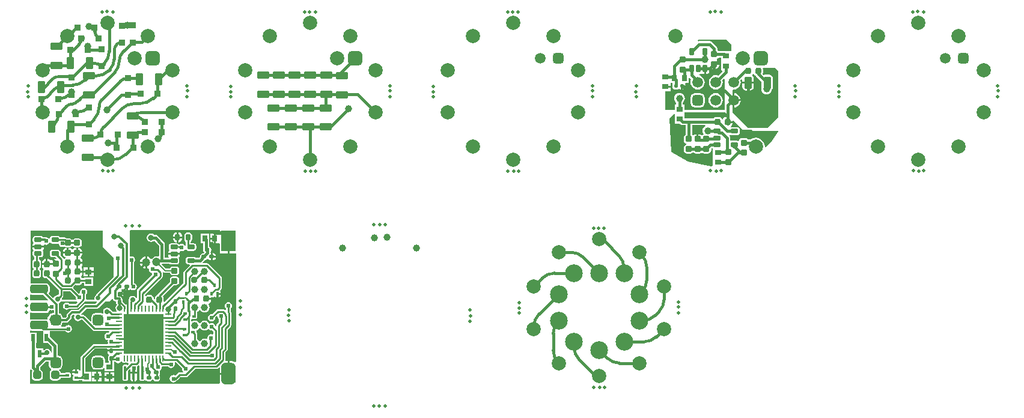
<source format=gtl>
G04 Layer_Physical_Order=1*
G04 Layer_Color=255*
%FSLAX25Y25*%
%MOIN*%
G70*
G01*
G75*
%ADD10C,0.01575*%
G04:AMPARAMS|DCode=11|XSize=66.93mil|YSize=43.31mil|CornerRadius=10.83mil|HoleSize=0mil|Usage=FLASHONLY|Rotation=180.000|XOffset=0mil|YOffset=0mil|HoleType=Round|Shape=RoundedRectangle|*
%AMROUNDEDRECTD11*
21,1,0.06693,0.02165,0,0,180.0*
21,1,0.04528,0.04331,0,0,180.0*
1,1,0.02165,-0.02264,0.01083*
1,1,0.02165,0.02264,0.01083*
1,1,0.02165,0.02264,-0.01083*
1,1,0.02165,-0.02264,-0.01083*
%
%ADD11ROUNDEDRECTD11*%
%ADD12R,0.03543X0.03150*%
G04:AMPARAMS|DCode=13|XSize=23.62mil|YSize=43.31mil|CornerRadius=5.91mil|HoleSize=0mil|Usage=FLASHONLY|Rotation=90.000|XOffset=0mil|YOffset=0mil|HoleType=Round|Shape=RoundedRectangle|*
%AMROUNDEDRECTD13*
21,1,0.02362,0.03150,0,0,90.0*
21,1,0.01181,0.04331,0,0,90.0*
1,1,0.01181,0.01575,0.00591*
1,1,0.01181,0.01575,-0.00591*
1,1,0.01181,-0.01575,-0.00591*
1,1,0.01181,-0.01575,0.00591*
%
%ADD13ROUNDEDRECTD13*%
G04:AMPARAMS|DCode=14|XSize=35.43mil|YSize=31.5mil|CornerRadius=7.87mil|HoleSize=0mil|Usage=FLASHONLY|Rotation=180.000|XOffset=0mil|YOffset=0mil|HoleType=Round|Shape=RoundedRectangle|*
%AMROUNDEDRECTD14*
21,1,0.03543,0.01575,0,0,180.0*
21,1,0.01969,0.03150,0,0,180.0*
1,1,0.01575,-0.00984,0.00787*
1,1,0.01575,0.00984,0.00787*
1,1,0.01575,0.00984,-0.00787*
1,1,0.01575,-0.00984,-0.00787*
%
%ADD14ROUNDEDRECTD14*%
G04:AMPARAMS|DCode=15|XSize=35.43mil|YSize=31.5mil|CornerRadius=7.87mil|HoleSize=0mil|Usage=FLASHONLY|Rotation=90.000|XOffset=0mil|YOffset=0mil|HoleType=Round|Shape=RoundedRectangle|*
%AMROUNDEDRECTD15*
21,1,0.03543,0.01575,0,0,90.0*
21,1,0.01969,0.03150,0,0,90.0*
1,1,0.01575,0.00787,0.00984*
1,1,0.01575,0.00787,-0.00984*
1,1,0.01575,-0.00787,-0.00984*
1,1,0.01575,-0.00787,0.00984*
%
%ADD15ROUNDEDRECTD15*%
G04:AMPARAMS|DCode=16|XSize=19.69mil|YSize=19.69mil|CornerRadius=4.92mil|HoleSize=0mil|Usage=FLASHONLY|Rotation=180.000|XOffset=0mil|YOffset=0mil|HoleType=Round|Shape=RoundedRectangle|*
%AMROUNDEDRECTD16*
21,1,0.01969,0.00984,0,0,180.0*
21,1,0.00984,0.01969,0,0,180.0*
1,1,0.00984,-0.00492,0.00492*
1,1,0.00984,0.00492,0.00492*
1,1,0.00984,0.00492,-0.00492*
1,1,0.00984,-0.00492,-0.00492*
%
%ADD16ROUNDEDRECTD16*%
G04:AMPARAMS|DCode=17|XSize=66.93mil|YSize=43.31mil|CornerRadius=10.83mil|HoleSize=0mil|Usage=FLASHONLY|Rotation=270.000|XOffset=0mil|YOffset=0mil|HoleType=Round|Shape=RoundedRectangle|*
%AMROUNDEDRECTD17*
21,1,0.06693,0.02165,0,0,270.0*
21,1,0.04528,0.04331,0,0,270.0*
1,1,0.02165,-0.01083,-0.02264*
1,1,0.02165,-0.01083,0.02264*
1,1,0.02165,0.01083,0.02264*
1,1,0.02165,0.01083,-0.02264*
%
%ADD17ROUNDEDRECTD17*%
G04:AMPARAMS|DCode=18|XSize=23.62mil|YSize=43.31mil|CornerRadius=5.91mil|HoleSize=0mil|Usage=FLASHONLY|Rotation=180.000|XOffset=0mil|YOffset=0mil|HoleType=Round|Shape=RoundedRectangle|*
%AMROUNDEDRECTD18*
21,1,0.02362,0.03150,0,0,180.0*
21,1,0.01181,0.04331,0,0,180.0*
1,1,0.01181,-0.00591,0.01575*
1,1,0.01181,0.00591,0.01575*
1,1,0.01181,0.00591,-0.01575*
1,1,0.01181,-0.00591,-0.01575*
%
%ADD18ROUNDEDRECTD18*%
%ADD19R,0.03150X0.03543*%
G04:AMPARAMS|DCode=20|XSize=35.43mil|YSize=35.43mil|CornerRadius=8.86mil|HoleSize=0mil|Usage=FLASHONLY|Rotation=270.000|XOffset=0mil|YOffset=0mil|HoleType=Round|Shape=RoundedRectangle|*
%AMROUNDEDRECTD20*
21,1,0.03543,0.01772,0,0,270.0*
21,1,0.01772,0.03543,0,0,270.0*
1,1,0.01772,-0.00886,-0.00886*
1,1,0.01772,-0.00886,0.00886*
1,1,0.01772,0.00886,0.00886*
1,1,0.01772,0.00886,-0.00886*
%
%ADD20ROUNDEDRECTD20*%
G04:AMPARAMS|DCode=21|XSize=35.43mil|YSize=35.43mil|CornerRadius=8.86mil|HoleSize=0mil|Usage=FLASHONLY|Rotation=0.000|XOffset=0mil|YOffset=0mil|HoleType=Round|Shape=RoundedRectangle|*
%AMROUNDEDRECTD21*
21,1,0.03543,0.01772,0,0,0.0*
21,1,0.01772,0.03543,0,0,0.0*
1,1,0.01772,0.00886,-0.00886*
1,1,0.01772,-0.00886,-0.00886*
1,1,0.01772,-0.00886,0.00886*
1,1,0.01772,0.00886,0.00886*
%
%ADD21ROUNDEDRECTD21*%
G04:AMPARAMS|DCode=22|XSize=19.69mil|YSize=23.62mil|CornerRadius=4.92mil|HoleSize=0mil|Usage=FLASHONLY|Rotation=90.000|XOffset=0mil|YOffset=0mil|HoleType=Round|Shape=RoundedRectangle|*
%AMROUNDEDRECTD22*
21,1,0.01969,0.01378,0,0,90.0*
21,1,0.00984,0.02362,0,0,90.0*
1,1,0.00984,0.00689,0.00492*
1,1,0.00984,0.00689,-0.00492*
1,1,0.00984,-0.00689,-0.00492*
1,1,0.00984,-0.00689,0.00492*
%
%ADD22ROUNDEDRECTD22*%
G04:AMPARAMS|DCode=23|XSize=35.43mil|YSize=27.56mil|CornerRadius=6.89mil|HoleSize=0mil|Usage=FLASHONLY|Rotation=90.000|XOffset=0mil|YOffset=0mil|HoleType=Round|Shape=RoundedRectangle|*
%AMROUNDEDRECTD23*
21,1,0.03543,0.01378,0,0,90.0*
21,1,0.02165,0.02756,0,0,90.0*
1,1,0.01378,0.00689,0.01083*
1,1,0.01378,0.00689,-0.01083*
1,1,0.01378,-0.00689,-0.01083*
1,1,0.01378,-0.00689,0.01083*
%
%ADD23ROUNDEDRECTD23*%
G04:AMPARAMS|DCode=24|XSize=25.59mil|YSize=43.31mil|CornerRadius=6.4mil|HoleSize=0mil|Usage=FLASHONLY|Rotation=90.000|XOffset=0mil|YOffset=0mil|HoleType=Round|Shape=RoundedRectangle|*
%AMROUNDEDRECTD24*
21,1,0.02559,0.03051,0,0,90.0*
21,1,0.01280,0.04331,0,0,90.0*
1,1,0.01280,0.01526,0.00640*
1,1,0.01280,0.01526,-0.00640*
1,1,0.01280,-0.01526,-0.00640*
1,1,0.01280,-0.01526,0.00640*
%
%ADD24ROUNDEDRECTD24*%
G04:AMPARAMS|DCode=25|XSize=45mil|YSize=45mil|CornerRadius=11.25mil|HoleSize=0mil|Usage=FLASHONLY|Rotation=90.000|XOffset=0mil|YOffset=0mil|HoleType=Round|Shape=RoundedRectangle|*
%AMROUNDEDRECTD25*
21,1,0.04500,0.02250,0,0,90.0*
21,1,0.02250,0.04500,0,0,90.0*
1,1,0.02250,0.01125,0.01125*
1,1,0.02250,0.01125,-0.01125*
1,1,0.02250,-0.01125,-0.01125*
1,1,0.02250,-0.01125,0.01125*
%
%ADD25ROUNDEDRECTD25*%
G04:AMPARAMS|DCode=26|XSize=13.78mil|YSize=21.65mil|CornerRadius=3.45mil|HoleSize=0mil|Usage=FLASHONLY|Rotation=270.000|XOffset=0mil|YOffset=0mil|HoleType=Round|Shape=RoundedRectangle|*
%AMROUNDEDRECTD26*
21,1,0.01378,0.01476,0,0,270.0*
21,1,0.00689,0.02165,0,0,270.0*
1,1,0.00689,-0.00738,-0.00345*
1,1,0.00689,-0.00738,0.00345*
1,1,0.00689,0.00738,0.00345*
1,1,0.00689,0.00738,-0.00345*
%
%ADD26ROUNDEDRECTD26*%
G04:AMPARAMS|DCode=27|XSize=19.69mil|YSize=23.62mil|CornerRadius=4.92mil|HoleSize=0mil|Usage=FLASHONLY|Rotation=0.000|XOffset=0mil|YOffset=0mil|HoleType=Round|Shape=RoundedRectangle|*
%AMROUNDEDRECTD27*
21,1,0.01969,0.01378,0,0,0.0*
21,1,0.00984,0.02362,0,0,0.0*
1,1,0.00984,0.00492,-0.00689*
1,1,0.00984,-0.00492,-0.00689*
1,1,0.00984,-0.00492,0.00689*
1,1,0.00984,0.00492,0.00689*
%
%ADD27ROUNDEDRECTD27*%
%ADD28O,0.00984X0.03347*%
%ADD29O,0.03347X0.00984*%
%ADD30R,0.22047X0.22047*%
G04:AMPARAMS|DCode=31|XSize=35.43mil|YSize=31.5mil|CornerRadius=0mil|HoleSize=0mil|Usage=FLASHONLY|Rotation=90.000|XOffset=0mil|YOffset=0mil|HoleType=Round|Shape=Octagon|*
%AMOCTAGOND31*
4,1,8,0.00787,0.01772,-0.00787,0.01772,-0.01575,0.00984,-0.01575,-0.00984,-0.00787,-0.01772,0.00787,-0.01772,0.01575,-0.00984,0.01575,0.00984,0.00787,0.01772,0.0*
%
%ADD31OCTAGOND31*%

G04:AMPARAMS|DCode=32|XSize=13.78mil|YSize=21.65mil|CornerRadius=3.45mil|HoleSize=0mil|Usage=FLASHONLY|Rotation=180.000|XOffset=0mil|YOffset=0mil|HoleType=Round|Shape=RoundedRectangle|*
%AMROUNDEDRECTD32*
21,1,0.01378,0.01476,0,0,180.0*
21,1,0.00689,0.02165,0,0,180.0*
1,1,0.00689,-0.00345,0.00738*
1,1,0.00689,0.00345,0.00738*
1,1,0.00689,0.00345,-0.00738*
1,1,0.00689,-0.00345,-0.00738*
%
%ADD32ROUNDEDRECTD32*%
G04:AMPARAMS|DCode=33|XSize=13.78mil|YSize=21.65mil|CornerRadius=0mil|HoleSize=0mil|Usage=FLASHONLY|Rotation=180.000|XOffset=0mil|YOffset=0mil|HoleType=Round|Shape=Octagon|*
%AMOCTAGOND33*
4,1,8,0.00345,-0.01083,-0.00345,-0.01083,-0.00689,-0.00738,-0.00689,0.00738,-0.00345,0.01083,0.00345,0.01083,0.00689,0.00738,0.00689,-0.00738,0.00345,-0.01083,0.0*
%
%ADD33OCTAGOND33*%

G04:AMPARAMS|DCode=34|XSize=15.75mil|YSize=74.8mil|CornerRadius=3.94mil|HoleSize=0mil|Usage=FLASHONLY|Rotation=180.000|XOffset=0mil|YOffset=0mil|HoleType=Round|Shape=RoundedRectangle|*
%AMROUNDEDRECTD34*
21,1,0.01575,0.06693,0,0,180.0*
21,1,0.00787,0.07480,0,0,180.0*
1,1,0.00787,-0.00394,0.03347*
1,1,0.00787,0.00394,0.03347*
1,1,0.00787,0.00394,-0.03347*
1,1,0.00787,-0.00394,-0.03347*
%
%ADD34ROUNDEDRECTD34*%
G04:AMPARAMS|DCode=35|XSize=59.06mil|YSize=59.06mil|CornerRadius=14.76mil|HoleSize=0mil|Usage=FLASHONLY|Rotation=180.000|XOffset=0mil|YOffset=0mil|HoleType=Round|Shape=RoundedRectangle|*
%AMROUNDEDRECTD35*
21,1,0.05906,0.02953,0,0,180.0*
21,1,0.02953,0.05906,0,0,180.0*
1,1,0.02953,-0.01476,0.01476*
1,1,0.02953,0.01476,0.01476*
1,1,0.02953,0.01476,-0.01476*
1,1,0.02953,-0.01476,-0.01476*
%
%ADD35ROUNDEDRECTD35*%
G04:AMPARAMS|DCode=36|XSize=98.43mil|YSize=47.24mil|CornerRadius=11.81mil|HoleSize=0mil|Usage=FLASHONLY|Rotation=180.000|XOffset=0mil|YOffset=0mil|HoleType=Round|Shape=RoundedRectangle|*
%AMROUNDEDRECTD36*
21,1,0.09843,0.02362,0,0,180.0*
21,1,0.07480,0.04724,0,0,180.0*
1,1,0.02362,-0.03740,0.01181*
1,1,0.02362,0.03740,0.01181*
1,1,0.02362,0.03740,-0.01181*
1,1,0.02362,-0.03740,-0.01181*
%
%ADD36ROUNDEDRECTD36*%
G04:AMPARAMS|DCode=37|XSize=118.11mil|YSize=78.74mil|CornerRadius=19.69mil|HoleSize=0mil|Usage=FLASHONLY|Rotation=270.000|XOffset=0mil|YOffset=0mil|HoleType=Round|Shape=RoundedRectangle|*
%AMROUNDEDRECTD37*
21,1,0.11811,0.03937,0,0,270.0*
21,1,0.07874,0.07874,0,0,270.0*
1,1,0.03937,-0.01969,-0.03937*
1,1,0.03937,-0.01969,0.03937*
1,1,0.03937,0.01969,0.03937*
1,1,0.03937,0.01969,-0.03937*
%
%ADD37ROUNDEDRECTD37*%
%ADD38R,0.07874X0.11811*%
%ADD39R,0.02165X0.04331*%
%ADD40C,0.00984*%
%ADD41C,0.01181*%
%ADD42C,0.00787*%
%ADD43C,0.00906*%
%ADD44C,0.01969*%
%ADD45C,0.01969*%
%ADD46C,0.09843*%
%ADD47C,0.07874*%
%ADD48C,0.03937*%
G04:AMPARAMS|DCode=49|XSize=78.74mil|YSize=78.74mil|CornerRadius=19.69mil|HoleSize=0mil|Usage=FLASHONLY|Rotation=180.000|XOffset=0mil|YOffset=0mil|HoleType=Round|Shape=RoundedRectangle|*
%AMROUNDEDRECTD49*
21,1,0.07874,0.03937,0,0,180.0*
21,1,0.03937,0.07874,0,0,180.0*
1,1,0.03937,-0.01969,0.01969*
1,1,0.03937,0.01969,0.01969*
1,1,0.03937,0.01969,-0.01969*
1,1,0.03937,-0.01969,-0.01969*
%
%ADD49ROUNDEDRECTD49*%
%ADD50C,0.05906*%
%ADD51C,0.02362*%
%ADD52C,0.02756*%
%ADD53C,0.04724*%
%ADD54C,0.02441*%
%ADD55C,0.03150*%
%ADD56C,0.02559*%
G36*
X407849Y220473D02*
Y217290D01*
X407751Y216831D01*
X404779D01*
X404109Y216964D01*
X400835D01*
X400662Y217222D01*
X400207Y217526D01*
Y218307D01*
X400070Y218998D01*
X399678Y219584D01*
X397316Y221947D01*
X396730Y222338D01*
X396038Y222476D01*
X390035D01*
X389486Y222367D01*
X389231Y222819D01*
X389739Y223327D01*
X404995Y223327D01*
X407849Y220473D01*
D02*
G37*
G36*
X402239Y211713D02*
X402239D01*
Y211319D01*
X402239D01*
Y206201D01*
X402619D01*
X402826Y205701D01*
X400493Y203368D01*
X400314Y203442D01*
X399286Y203577D01*
X398259Y203442D01*
X397301Y203045D01*
X396479Y202414D01*
X395847Y201592D01*
X395451Y200634D01*
X395315Y199606D01*
X395451Y198579D01*
X395847Y197621D01*
X396479Y196798D01*
X397301Y196167D01*
X398259Y195771D01*
X399286Y195635D01*
X400314Y195771D01*
X401272Y196167D01*
X402094Y196798D01*
X402725Y197621D01*
X403122Y198579D01*
X403257Y199606D01*
X403122Y200634D01*
X403048Y200813D01*
X403844Y201609D01*
X404306Y201418D01*
Y197343D01*
Y193209D01*
Y184254D01*
X382416Y184188D01*
X382062Y184541D01*
Y187303D01*
X381014D01*
Y188412D01*
X381314Y188642D01*
X381787Y189259D01*
X382084Y189977D01*
X382186Y190748D01*
X382084Y191519D01*
X381787Y192237D01*
X381314Y192854D01*
X380697Y193327D01*
X379978Y193625D01*
X379208Y193726D01*
X378437Y193625D01*
X377719Y193327D01*
X377102Y192854D01*
X376628Y192237D01*
X376331Y191519D01*
X376229Y190748D01*
X376331Y189977D01*
X376628Y189259D01*
X377102Y188642D01*
X377401Y188412D01*
Y187303D01*
X376550D01*
Y184170D01*
X371589Y184155D01*
X371235Y184508D01*
X371235Y194571D01*
X374204D01*
Y196646D01*
X371432D01*
Y197646D01*
X374204D01*
Y199213D01*
X375452D01*
Y198722D01*
X375376Y198608D01*
X375261Y198031D01*
Y197047D01*
X375376Y196471D01*
X375702Y195983D01*
X376191Y195657D01*
X376767Y195542D01*
X377751D01*
X378327Y195657D01*
X378521Y195786D01*
X378998Y195972D01*
X379492Y195642D01*
X380066Y195528D01*
Y197539D01*
X380566D01*
Y198039D01*
X382578D01*
X382464Y198614D01*
X382398Y198713D01*
X382665Y199213D01*
X384424D01*
Y201856D01*
X384924Y202064D01*
X385715Y201273D01*
X385451Y200634D01*
X385315Y199606D01*
X385451Y198579D01*
X385847Y197621D01*
X386478Y196798D01*
X387301Y196167D01*
X388259Y195771D01*
X389286Y195635D01*
X390314Y195771D01*
X391272Y196167D01*
X392094Y196798D01*
X392725Y197621D01*
X393122Y198579D01*
X393257Y199606D01*
X393122Y200634D01*
X392725Y201592D01*
X392094Y202414D01*
X391272Y203045D01*
X390314Y203442D01*
X389960Y203489D01*
X389993Y203989D01*
X390330D01*
X390950Y204112D01*
X391244Y204309D01*
X391609Y204422D01*
X391974Y204309D01*
X392268Y204112D01*
X392889Y203989D01*
X392979D01*
Y207185D01*
X393979D01*
Y203989D01*
X394070D01*
X394690Y204112D01*
X395217Y204464D01*
X395568Y204990D01*
X395692Y205610D01*
Y207322D01*
X395924Y207454D01*
X396192Y207527D01*
X396719Y207175D01*
X397416Y207036D01*
X397901D01*
Y209646D01*
X398401D01*
Y210146D01*
X401207D01*
Y210433D01*
X401069Y211130D01*
X400673Y211722D01*
X400082Y212117D01*
X399892Y212155D01*
Y212665D01*
X400076Y212701D01*
X400662Y213093D01*
X400835Y213351D01*
X402239D01*
Y211713D01*
D02*
G37*
G36*
X433834Y206102D02*
Y180413D01*
X427830Y174409D01*
X416904Y174409D01*
X408538Y182776D01*
Y185339D01*
X408786Y185556D01*
Y189606D01*
Y193656D01*
X408538Y193874D01*
Y195355D01*
X408914Y195684D01*
X409286Y195635D01*
X410314Y195771D01*
X411272Y196167D01*
X412094Y196798D01*
X412725Y197621D01*
X413122Y198579D01*
X413257Y199606D01*
X413122Y200634D01*
X413048Y200813D01*
X413494Y201259D01*
X413994Y201052D01*
Y199909D01*
X417200D01*
X420406D01*
Y201673D01*
X420244Y202486D01*
X419784Y203175D01*
X419761Y203190D01*
X419667Y203854D01*
X419853Y204132D01*
X419898Y204357D01*
X420407D01*
X420452Y204132D01*
X420844Y203546D01*
X421430Y203154D01*
X421585Y203123D01*
X421631Y203053D01*
X424640Y200045D01*
Y197146D01*
X424714Y196773D01*
X424658Y196637D01*
X424556Y195866D01*
X424658Y195095D01*
X424955Y194377D01*
X425428Y193760D01*
X426045Y193287D01*
X426764Y192989D01*
X427534Y192888D01*
X428305Y192989D01*
X429024Y193287D01*
X429640Y193760D01*
X430114Y194377D01*
X430411Y195095D01*
X430505Y195809D01*
X430859Y196339D01*
X431020Y197146D01*
Y201673D01*
X430859Y202480D01*
X430403Y203163D01*
X429719Y203620D01*
X428912Y203781D01*
X426747D01*
X426135Y203659D01*
X425414Y204380D01*
X425502Y204823D01*
Y206791D01*
X425425Y207177D01*
X425790Y207677D01*
X432259D01*
X433834Y206102D01*
D02*
G37*
G36*
X406729Y180841D02*
X406496Y180366D01*
X406381D01*
Y178059D01*
X408491D01*
Y178372D01*
X408966Y178604D01*
X414442Y173128D01*
X419461D01*
X419953Y172636D01*
X433881D01*
X434112Y172192D01*
X430093Y166437D01*
X427028Y163594D01*
X426749Y163738D01*
X426583Y163864D01*
X426417Y165129D01*
X425921Y166326D01*
X425132Y167354D01*
X424104Y168143D01*
X422907Y168639D01*
X421622Y168808D01*
X420337Y168639D01*
X419140Y168143D01*
X418758Y167850D01*
X417272D01*
X417099Y168108D01*
X416513Y168500D01*
X415822Y168637D01*
X413853D01*
X413162Y168500D01*
X412576Y168108D01*
X412184Y167522D01*
X412149Y167344D01*
X411712Y167035D01*
X411638Y167049D01*
X411097Y167157D01*
X407948D01*
X407779Y167123D01*
X407392Y167440D01*
Y168695D01*
X407255Y169386D01*
X406992Y169779D01*
X407122Y170284D01*
X407183Y170359D01*
X407295Y170393D01*
X407333Y170367D01*
X407948Y170245D01*
X411097D01*
X411712Y170367D01*
X412233Y170715D01*
X412581Y171236D01*
X412703Y171850D01*
Y173031D01*
X412581Y173646D01*
X412233Y174167D01*
X411712Y174515D01*
X411097Y174637D01*
X407948D01*
X407859Y174620D01*
X407664Y175091D01*
X407957Y175286D01*
X408352Y175877D01*
X408491Y176575D01*
Y177059D01*
X405881D01*
Y177559D01*
X405381D01*
Y180366D01*
X405093D01*
X404396Y180227D01*
X403805Y179832D01*
X403410Y179241D01*
X403372Y179050D01*
X402862D01*
X402825Y179235D01*
X402434Y179821D01*
X401848Y180212D01*
X401157Y180350D01*
X399582D01*
X398890Y180212D01*
X398304Y179821D01*
X398066Y179464D01*
X382062D01*
Y181791D01*
X382062D01*
Y182185D01*
X382062D01*
Y182874D01*
X404695D01*
X406729Y180841D01*
D02*
G37*
G36*
X393555Y175351D02*
X393466Y175314D01*
X392850Y174841D01*
X392376Y174224D01*
X392079Y173506D01*
X391977Y172735D01*
X392079Y171964D01*
X392376Y171246D01*
X392535Y171038D01*
X392301Y170523D01*
X392021Y170336D01*
X391658Y170228D01*
X391296Y170336D01*
X390929Y170581D01*
X390231Y170720D01*
X389747D01*
Y168110D01*
X388747D01*
Y170720D01*
X388263D01*
X387565Y170581D01*
X386974Y170186D01*
X386464Y170323D01*
X386231Y170479D01*
Y175851D01*
X393456D01*
X393555Y175351D01*
D02*
G37*
G36*
X376550Y181773D02*
Y176673D01*
X379311D01*
X379604Y176380D01*
X380190Y175989D01*
X380881Y175851D01*
X382618D01*
Y170479D01*
X382163Y170175D01*
X381771Y169589D01*
X381634Y168898D01*
Y167323D01*
X381771Y166632D01*
X382163Y166046D01*
X382749Y165654D01*
X382974Y165609D01*
Y165100D01*
X382749Y165055D01*
X382163Y164663D01*
X381771Y164077D01*
X381634Y163386D01*
Y161811D01*
X381771Y161120D01*
X382163Y160534D01*
X382749Y160142D01*
X383440Y160005D01*
X385408D01*
X386100Y160142D01*
X386686Y160534D01*
X386985D01*
X387572Y160142D01*
X388263Y160005D01*
X390231D01*
X390923Y160142D01*
X391300Y160394D01*
X391658Y160493D01*
X392017Y160394D01*
X392394Y160142D01*
X393086Y160005D01*
X395054D01*
X395745Y160142D01*
X396331Y160534D01*
X396723Y161120D01*
X396861Y161811D01*
Y162835D01*
X397180Y163154D01*
X397484D01*
X397810Y162936D01*
Y158169D01*
X397810D01*
Y157776D01*
X397810D01*
Y153226D01*
X396629Y153051D01*
X384129Y155610D01*
X374680Y161024D01*
X373792Y179722D01*
X376184Y182114D01*
X376550Y181773D01*
D02*
G37*
G36*
X124197Y117627D02*
Y116132D01*
X124016Y115707D01*
X123697Y115707D01*
X121941D01*
Y112935D01*
Y110163D01*
X123697D01*
X124016Y110163D01*
X124197Y109739D01*
Y104561D01*
X128634D01*
Y111467D01*
X129634D01*
Y104561D01*
X133169D01*
X133169Y44503D01*
X132721Y44282D01*
X132600Y44375D01*
X131877Y44674D01*
X131103Y44776D01*
X129634D01*
Y37845D01*
X129134D01*
Y37345D01*
X124171D01*
Y33908D01*
X124273Y33133D01*
X124392Y32847D01*
X124114Y32431D01*
X19094D01*
Y40010D01*
X19347Y40150D01*
X19594Y40192D01*
X20308Y39478D01*
X20007Y39027D01*
X19858Y38281D01*
Y36031D01*
X20007Y35284D01*
X20429Y34652D01*
X21062Y34229D01*
X21808Y34081D01*
X24058D01*
X24804Y34229D01*
X25437Y34652D01*
X25859Y35284D01*
X26008Y36031D01*
Y38281D01*
X25859Y39027D01*
X25437Y39659D01*
X24804Y40082D01*
X24539Y40135D01*
Y41488D01*
X27732Y44681D01*
X29385D01*
Y42569D01*
X29561Y41686D01*
X30061Y40937D01*
X30751Y40476D01*
X30817Y40185D01*
X30825Y39924D01*
X30429Y39659D01*
X30007Y39027D01*
X29858Y38281D01*
Y36031D01*
X30007Y35284D01*
X30429Y34652D01*
X31062Y34229D01*
X31808Y34081D01*
X34058D01*
X34804Y34229D01*
X35437Y34652D01*
X35860Y35284D01*
X35953Y35753D01*
X38425D01*
X38584Y35647D01*
X39026Y35559D01*
X40502D01*
X40944Y35647D01*
X41318Y35897D01*
X41568Y36271D01*
X41656Y36713D01*
Y37402D01*
X41568Y37843D01*
X41318Y38218D01*
X40944Y38468D01*
X40502Y38556D01*
X39026D01*
X38584Y38468D01*
X38425Y38362D01*
X35992D01*
X35860Y39027D01*
X35437Y39659D01*
X35150Y39851D01*
X35255Y40382D01*
X35529Y40437D01*
X36278Y40937D01*
X36778Y41686D01*
X36954Y42569D01*
Y45522D01*
X36778Y46405D01*
X36278Y47154D01*
X35529Y47654D01*
X34646Y47830D01*
X34342D01*
Y53415D01*
X34220Y54030D01*
X33872Y54551D01*
X33872Y54551D01*
X30020Y58403D01*
Y60955D01*
X30020D01*
X30048Y61443D01*
X38714D01*
X38809Y61300D01*
X39474Y60856D01*
X40257Y60701D01*
X41040Y60856D01*
X41705Y61300D01*
X42148Y61964D01*
X42304Y62748D01*
X42148Y63531D01*
X41705Y64195D01*
X41040Y64639D01*
X40257Y64795D01*
X39474Y64639D01*
X38809Y64195D01*
X38714Y64052D01*
X36419D01*
X36268Y64552D01*
X36278Y64559D01*
X36778Y65308D01*
X36954Y66191D01*
Y66263D01*
X39206D01*
X39744Y66369D01*
X40200Y66674D01*
X41722Y68196D01*
X42026Y68652D01*
X42133Y69190D01*
Y69777D01*
X42853Y70497D01*
X43341D01*
X43576Y70056D01*
X43532Y69990D01*
X43364Y69146D01*
X43532Y68301D01*
X44011Y67585D01*
X44727Y67106D01*
X45572Y66938D01*
X46417Y67106D01*
X47133Y67585D01*
X47305Y67841D01*
X47923D01*
X53781Y61983D01*
X54204Y61700D01*
X54703Y61601D01*
X62696D01*
X62887Y61139D01*
X62404Y60656D01*
X62236Y60690D01*
X61452Y60534D01*
X60788Y60090D01*
X60344Y59426D01*
X60189Y58643D01*
X60344Y57859D01*
X60788Y57195D01*
X61452Y56751D01*
X61763Y56689D01*
X62186Y56444D01*
X62030Y55661D01*
X62186Y54877D01*
X62220Y54826D01*
X61984Y54385D01*
X54508D01*
X54009Y54286D01*
X53585Y54003D01*
X47306Y47724D01*
X47023Y47300D01*
X46924Y46801D01*
Y39702D01*
X46424Y39604D01*
X46196Y39946D01*
X45751Y40243D01*
X45226Y40347D01*
X44988D01*
Y38632D01*
X44488D01*
Y38132D01*
X42410D01*
X42483Y37763D01*
X42781Y37318D01*
X42913Y37230D01*
X42934Y36648D01*
X42921Y36623D01*
X42684Y36268D01*
X42596Y35827D01*
Y35138D01*
X42684Y34696D01*
X42934Y34322D01*
X43308Y34072D01*
X43750Y33984D01*
X45226D01*
X45668Y34072D01*
X45827Y34178D01*
X48122D01*
Y33703D01*
X52846D01*
Y38821D01*
X49533D01*
Y46261D01*
X55048Y51776D01*
X61662D01*
X61979Y51390D01*
X61963Y51309D01*
Y51120D01*
X63976D01*
Y50120D01*
X61963D01*
Y49931D01*
X62079Y49349D01*
X62409Y48855D01*
X62727Y48643D01*
X62769Y48115D01*
X62754Y48069D01*
X62562Y47940D01*
X62279Y47517D01*
X62180Y47018D01*
Y45640D01*
X62279Y45141D01*
X62562Y44717D01*
X62672Y44644D01*
Y44045D01*
X60576D01*
Y45522D01*
X60400Y46405D01*
X59900Y47154D01*
X59151Y47654D01*
X58268Y47830D01*
X55315D01*
X54432Y47654D01*
X53683Y47154D01*
X53183Y46405D01*
X53007Y45522D01*
Y42569D01*
X53183Y41686D01*
X53683Y40937D01*
X54432Y40437D01*
X55315Y40261D01*
X58268D01*
X59151Y40437D01*
X59900Y40937D01*
X59933Y40987D01*
X60433Y40835D01*
Y39321D01*
X65551D01*
Y44045D01*
X65551D01*
X65631Y44512D01*
X66173D01*
X66269Y44369D01*
X66933Y43926D01*
X67716Y43770D01*
X68500Y43926D01*
X69164Y44369D01*
X69421Y44754D01*
X69952Y44649D01*
X69956Y44629D01*
X70239Y44205D01*
X70662Y43923D01*
X71161Y43823D01*
X71661Y43923D01*
X71754Y43985D01*
X72146Y44175D01*
X72538Y43985D01*
X72631Y43923D01*
X73130Y43823D01*
X73348Y43867D01*
X73594Y43406D01*
X72833Y42645D01*
X72606Y42796D01*
X72146Y42887D01*
X71358D01*
X70897Y42796D01*
X70507Y42535D01*
X70246Y42144D01*
X70154Y41683D01*
Y34990D01*
X70246Y34529D01*
X70507Y34139D01*
X70897Y33878D01*
X71358Y33786D01*
X72146D01*
X72606Y33878D01*
X72997Y34139D01*
X73258Y34529D01*
X73350Y34990D01*
Y39472D01*
X74200Y40322D01*
X74662Y40130D01*
Y38837D01*
X76476D01*
X78291D01*
Y41683D01*
X78288Y41699D01*
X78550Y42151D01*
X78974Y42434D01*
X79052Y42512D01*
X79602Y42370D01*
X79694Y42144D01*
X79603Y41683D01*
Y34990D01*
X79694Y34529D01*
X79956Y34139D01*
X80346Y33878D01*
X80807Y33786D01*
X81595D01*
X82055Y33878D01*
X82446Y34139D01*
X82539Y34278D01*
X83124Y34258D01*
X83251Y34068D01*
X83674Y33785D01*
X84173Y33686D01*
X85551D01*
X86050Y33785D01*
X86474Y34068D01*
X86751Y34483D01*
X86796Y34491D01*
X87220D01*
X87265Y34483D01*
X87542Y34068D01*
X87965Y33785D01*
X88465Y33686D01*
X89842D01*
X90342Y33785D01*
X90765Y34068D01*
X91048Y34491D01*
X91147Y34990D01*
Y35974D01*
X91048Y36474D01*
X90910Y36680D01*
X90772Y36930D01*
X90872Y37427D01*
X90949Y37542D01*
X91049Y38041D01*
Y39026D01*
X90949Y39525D01*
X91210Y40035D01*
X91510Y40236D01*
X91954Y40900D01*
X92110Y41684D01*
X92546Y42052D01*
X95508D01*
X95800Y41614D01*
X96465Y41170D01*
X97248Y41015D01*
X98031Y41170D01*
X98696Y41614D01*
X99139Y42278D01*
X99295Y43062D01*
X99164Y43721D01*
X99448Y44152D01*
X99878Y44193D01*
X103203Y40868D01*
X103169Y40699D01*
X103325Y39915D01*
X103769Y39251D01*
X103998Y39098D01*
X103847Y38598D01*
X101819D01*
X101320Y38499D01*
X100896Y38216D01*
X99519Y36838D01*
X99307Y36980D01*
X98524Y37136D01*
X97740Y36980D01*
X97076Y36536D01*
X96632Y35872D01*
X96476Y35089D01*
X96632Y34305D01*
X97076Y33641D01*
X97740Y33197D01*
X98524Y33042D01*
X99307Y33197D01*
X99971Y33641D01*
X100149Y33907D01*
X100537Y34166D01*
X102359Y35989D01*
X105347D01*
X105846Y36088D01*
X106269Y36371D01*
X110533Y40635D01*
X122390D01*
X122889Y40735D01*
X123312Y41017D01*
X123671Y41376D01*
X124171Y41169D01*
Y38345D01*
X128634D01*
Y44776D01*
X127566D01*
X127531Y44792D01*
X127482Y44827D01*
X127194Y45276D01*
X127235Y45480D01*
Y49595D01*
X128127Y50488D01*
X128410Y50911D01*
X128509Y51410D01*
Y62299D01*
X130199Y63989D01*
X130482Y64412D01*
X130581Y64911D01*
Y70622D01*
X130537Y70846D01*
Y71747D01*
X130438Y72246D01*
X130242Y72540D01*
Y74097D01*
X130385Y74192D01*
X130828Y74856D01*
X130984Y75640D01*
X130828Y76423D01*
X130385Y77087D01*
X129720Y77531D01*
X128937Y77687D01*
X128154Y77531D01*
X127489Y77087D01*
X127046Y76423D01*
X126890Y75640D01*
X127046Y74856D01*
X127489Y74192D01*
X127632Y74097D01*
Y73340D01*
X127171Y73148D01*
X126963Y73356D01*
X126540Y73638D01*
X126041Y73738D01*
X123174D01*
X122675Y73638D01*
X122252Y73356D01*
X119859Y70963D01*
X119690Y70996D01*
X118907Y70840D01*
X118242Y70396D01*
X117799Y69732D01*
X117643Y68949D01*
X117799Y68165D01*
X118242Y67501D01*
X118907Y67057D01*
X119690Y66902D01*
X120473Y67057D01*
X121138Y67501D01*
X121581Y68165D01*
X121737Y68949D01*
X121704Y69117D01*
X122378Y69792D01*
X122920Y69627D01*
X123015Y69150D01*
X123459Y68485D01*
X123602Y68390D01*
Y66490D01*
X122739Y65627D01*
X122456Y65203D01*
X122357Y64704D01*
Y64385D01*
X121857Y64119D01*
X121789Y64165D01*
X121680Y64712D01*
X121236Y65377D01*
X120572Y65820D01*
X119788Y65976D01*
X119005Y65820D01*
X118760Y65657D01*
X118282Y65802D01*
X118199Y66002D01*
X117757Y66578D01*
X117181Y67019D01*
X116511Y67297D01*
X115791Y67392D01*
X115072Y67297D01*
X114402Y67019D01*
X113826Y66578D01*
X113396Y66018D01*
X113126Y65975D01*
X113120D01*
X112850Y66018D01*
X112420Y66578D01*
X111844Y67019D01*
X111174Y67297D01*
X110454Y67392D01*
X109735Y67297D01*
X109065Y67019D01*
X108793Y66811D01*
X108293Y67058D01*
Y67917D01*
X108793Y68199D01*
X109104Y68137D01*
X110581D01*
X111022Y68225D01*
X111397Y68475D01*
X111647Y68850D01*
X111735Y69291D01*
Y69980D01*
X111720Y70053D01*
X111759Y70248D01*
Y72170D01*
X111844Y72205D01*
X112420Y72647D01*
X112850Y73207D01*
X113120Y73250D01*
X113126D01*
X113396Y73207D01*
X113826Y72647D01*
X114402Y72205D01*
X115072Y71927D01*
X115791Y71833D01*
X116511Y71927D01*
X117181Y72205D01*
X117757Y72647D01*
X118199Y73222D01*
X118476Y73893D01*
X118571Y74612D01*
X118476Y75332D01*
X118199Y76002D01*
X118002Y76258D01*
X118210Y76809D01*
X118217Y76810D01*
X118808Y77205D01*
X119203Y77797D01*
X119342Y78494D01*
Y78978D01*
X116732D01*
Y79978D01*
X119342D01*
Y80263D01*
X119439Y80342D01*
X120128D01*
X120570Y80430D01*
X120924Y80667D01*
X120949Y80680D01*
X121531Y80659D01*
X121619Y80527D01*
X122064Y80230D01*
X122433Y80156D01*
Y82234D01*
X122933D01*
Y82734D01*
X124648D01*
Y82973D01*
X124544Y83497D01*
X124247Y83942D01*
X124236Y84054D01*
X124873Y84691D01*
X125155Y85115D01*
X125255Y85614D01*
Y91047D01*
X125155Y91546D01*
X124873Y91969D01*
X118059Y98783D01*
X117636Y99066D01*
X117137Y99165D01*
X114810D01*
X114603Y99665D01*
X115946Y101008D01*
X116161D01*
X116661Y101108D01*
X117084Y101391D01*
X117212Y101583D01*
X117258Y101598D01*
X117786Y101556D01*
X117999Y101237D01*
X118493Y100908D01*
X119075Y100792D01*
X119264D01*
Y102805D01*
Y104923D01*
X119144Y105319D01*
X119374Y105664D01*
X119530Y106447D01*
X119374Y107230D01*
X118930Y107895D01*
X118266Y108338D01*
X118237Y108344D01*
Y110376D01*
X118291D01*
Y115494D01*
X113567D01*
Y110376D01*
X115025D01*
Y106447D01*
X115147Y105833D01*
X115496Y105312D01*
X115515Y105118D01*
X114998Y104602D01*
X114784D01*
X114284Y104503D01*
X113861Y104220D01*
X113578Y103797D01*
X113479Y103297D01*
Y103082D01*
X112642Y102245D01*
X110864D01*
X110822Y102309D01*
X110350Y102624D01*
X109793Y102735D01*
X106742D01*
X106185Y102624D01*
X105713Y102309D01*
X105398Y101837D01*
X105287Y101280D01*
Y100000D01*
X105398Y99443D01*
X105713Y98971D01*
X106185Y98656D01*
X106742Y98545D01*
X107296D01*
X107487Y98083D01*
X104491Y95087D01*
X104208Y94664D01*
X104109Y94165D01*
Y88287D01*
X93509Y77687D01*
X93096Y77879D01*
X93043Y77928D01*
Y79872D01*
X92920Y80487D01*
X92572Y81007D01*
X92570Y81030D01*
X98566Y87026D01*
X100098D01*
X100713Y87148D01*
X101234Y87497D01*
X101582Y88017D01*
X101704Y88632D01*
Y90207D01*
X101582Y90821D01*
X101234Y91342D01*
X100713Y91690D01*
X100098Y91812D01*
X98130D01*
X97515Y91690D01*
X96995Y91342D01*
X96646Y90821D01*
X96524Y90207D01*
Y88674D01*
X89727Y81877D01*
X89444Y81454D01*
X89432Y81392D01*
X89248Y81356D01*
X88727Y81007D01*
X88379Y80487D01*
X88257Y79872D01*
Y79349D01*
X87757Y79106D01*
X87531Y79283D01*
Y79872D01*
X87409Y80487D01*
X87061Y81007D01*
X86540Y81356D01*
X85925Y81478D01*
X84350D01*
X83736Y81356D01*
X83215Y81007D01*
X83202Y80988D01*
X82754Y81124D01*
X82704Y81604D01*
X92107Y91008D01*
X92390Y91431D01*
X92489Y91930D01*
Y94001D01*
X92483Y94035D01*
X92943Y94281D01*
X93046Y94178D01*
X93046Y94178D01*
X93437Y93917D01*
X93898Y93825D01*
X93898Y93825D01*
X96588D01*
X96646Y93529D01*
X96995Y93008D01*
X97515Y92660D01*
X98130Y92538D01*
X100098D01*
X100713Y92660D01*
X101234Y93008D01*
X101582Y93529D01*
X101704Y94144D01*
Y95719D01*
X101582Y96333D01*
X101234Y96854D01*
X100713Y97202D01*
X100098Y97324D01*
X98130D01*
X97515Y97202D01*
X96995Y96854D01*
X96646Y96333D01*
X96627Y96234D01*
X94397D01*
X92062Y98568D01*
X92254Y99034D01*
X96222D01*
X96264Y98971D01*
X96737Y98656D01*
X97293Y98545D01*
X100345D01*
X100901Y98656D01*
X101373Y98971D01*
X101689Y99443D01*
X101800Y100000D01*
Y101280D01*
X101689Y101837D01*
X101373Y102309D01*
X101642Y102731D01*
X101889Y103100D01*
X102016Y103740D01*
Y103880D01*
X98819D01*
X95621D01*
Y103740D01*
X95749Y103100D01*
X95986Y102745D01*
X95747Y102245D01*
X93732D01*
Y109741D01*
X93732Y109741D01*
X93609Y110356D01*
X93261Y110877D01*
X93261Y110877D01*
X89666Y114472D01*
X89145Y114820D01*
X88530Y114942D01*
X88530Y114942D01*
X87890D01*
X87825Y115040D01*
X87044Y115562D01*
X86122Y115745D01*
X85200Y115562D01*
X84419Y115040D01*
X83897Y114258D01*
X83714Y113337D01*
X83897Y112415D01*
X84419Y111634D01*
X85200Y111112D01*
X86122Y110928D01*
X87044Y111112D01*
X87825Y111634D01*
X87950Y111646D01*
X90520Y109076D01*
Y103113D01*
X90105Y102835D01*
X89897Y102921D01*
X89075Y103029D01*
X88253Y102921D01*
X87486Y102604D01*
X86829Y102099D01*
X86556Y101744D01*
X85927Y101743D01*
X85764Y101955D01*
X85062Y102494D01*
X84244Y102833D01*
X83866Y102883D01*
Y99557D01*
Y96232D01*
X84244Y96281D01*
X84463Y96372D01*
X84901Y96013D01*
X84862Y95817D01*
X85018Y95034D01*
X85462Y94369D01*
X86126Y93926D01*
X86329Y93885D01*
X86706Y93313D01*
X86637Y92966D01*
X86671Y92797D01*
X78703Y84830D01*
X78421Y84406D01*
X78321Y83907D01*
Y80040D01*
X77821Y79889D01*
X77447Y80449D01*
X76731Y80928D01*
X75886Y81096D01*
X75041Y80928D01*
X74325Y80449D01*
X73846Y79733D01*
X73678Y78888D01*
X73814Y78203D01*
X73794Y78101D01*
Y76948D01*
X73630Y76814D01*
Y73868D01*
X72630D01*
Y76471D01*
X72548Y76455D01*
X72054Y76125D01*
X72049Y76125D01*
X70399Y77775D01*
Y78415D01*
X70300Y78915D01*
X70207Y79054D01*
Y79174D01*
X70100Y79711D01*
X69871Y80053D01*
X70170Y80253D01*
X70500Y80747D01*
X70616Y81329D01*
Y81518D01*
X68602D01*
Y82518D01*
X70616D01*
Y82707D01*
X70500Y83289D01*
X70170Y83783D01*
X69790Y84036D01*
X69788Y84042D01*
X69761Y84467D01*
X69790Y84592D01*
X70037Y84757D01*
X70165Y84949D01*
X70211Y84964D01*
X70739Y84922D01*
X70952Y84604D01*
X71445Y84274D01*
X72027Y84158D01*
X72216D01*
Y86171D01*
X73216D01*
Y84158D01*
X73405D01*
X73988Y84274D01*
X74481Y84604D01*
X75030Y84525D01*
X75398Y84280D01*
X76181Y84124D01*
X76964Y84280D01*
X77629Y84724D01*
X78073Y85388D01*
X78228Y86171D01*
X78073Y86955D01*
X77629Y87619D01*
X76964Y88063D01*
X76501Y88155D01*
Y99497D01*
X76644Y99592D01*
X77088Y100256D01*
X77244Y101040D01*
X77088Y101823D01*
X76644Y102487D01*
X75980Y102931D01*
X75197Y103087D01*
X74713Y102991D01*
X74213Y103352D01*
X74213Y117356D01*
X74566Y117709D01*
X124197Y117627D01*
D02*
G37*
G36*
X59252Y108219D02*
X65256Y102215D01*
Y91560D01*
X55869Y82173D01*
X55586Y81749D01*
X55541Y81523D01*
X55301Y81362D01*
X54844Y80679D01*
X54684Y79872D01*
X54797Y79305D01*
X54463Y78805D01*
X50490D01*
X50064Y79230D01*
Y81800D01*
X50168Y81869D01*
X50612Y82534D01*
X50768Y83317D01*
X50612Y84100D01*
X50168Y84765D01*
X49504Y85208D01*
X48720Y85364D01*
X47937Y85208D01*
X47273Y84765D01*
X46829Y84100D01*
X46673Y83317D01*
X46774Y82809D01*
X46455Y82391D01*
X46016Y82354D01*
X42981Y85390D01*
X42970Y86085D01*
X44048Y87164D01*
X44071Y87148D01*
X44685Y87026D01*
X46260D01*
X46874Y87148D01*
X47395Y87497D01*
X47743Y88017D01*
X47802Y88312D01*
X48856D01*
Y86528D01*
X53974D01*
Y91253D01*
X48856D01*
Y90921D01*
X47802D01*
X47743Y91215D01*
X47476Y91615D01*
X47490Y92226D01*
X47548Y92265D01*
X47943Y92856D01*
X48082Y93553D01*
Y94037D01*
X45472D01*
Y95038D01*
X48082D01*
Y95522D01*
X47943Y96219D01*
X47653Y96654D01*
X47585Y96998D01*
X47653Y97342D01*
X47943Y97777D01*
X48082Y98475D01*
Y98959D01*
X45472D01*
Y99959D01*
X48082D01*
Y100443D01*
X47943Y101140D01*
X47548Y101732D01*
X47025Y102081D01*
X46961Y102400D01*
X46964Y102635D01*
X47352Y102894D01*
X47747Y103486D01*
X47885Y104183D01*
Y104471D01*
X45079D01*
Y104971D01*
X44579D01*
Y107580D01*
X44094D01*
X43397Y107442D01*
X42826Y107060D01*
X42694Y106992D01*
X42345D01*
X42213Y107060D01*
X41642Y107442D01*
X40945Y107580D01*
X40461D01*
Y104971D01*
X39961D01*
Y104471D01*
X37154D01*
Y104183D01*
X37293Y103486D01*
X37688Y102894D01*
X38279Y102499D01*
X38578Y102440D01*
Y101930D01*
X38559Y101926D01*
X38038Y101578D01*
X37527Y101714D01*
X37524Y101730D01*
X37241Y102153D01*
X35772Y103622D01*
X35855Y104035D01*
Y105315D01*
X35744Y105872D01*
X35429Y106344D01*
X34956Y106659D01*
X34400Y106770D01*
X31348D01*
X30792Y106659D01*
X30319Y106344D01*
X30004Y105872D01*
X29893Y105315D01*
Y104035D01*
X30004Y103479D01*
X30319Y103007D01*
X30792Y102691D01*
X31348Y102580D01*
X33124D01*
X33764Y101940D01*
X33573Y101478D01*
X32283D01*
X31586Y101339D01*
X30995Y100944D01*
X30909Y100817D01*
X30409D01*
X30324Y100944D01*
X29733Y101339D01*
X29035Y101478D01*
X28748D01*
Y98671D01*
X28248D01*
Y98171D01*
X25638D01*
Y97687D01*
X25777Y96990D01*
X26172Y96399D01*
X26342Y96285D01*
Y95684D01*
X26325Y95673D01*
X25977Y95152D01*
X25855Y94538D01*
Y92569D01*
X25977Y91954D01*
X26325Y91434D01*
X26846Y91086D01*
X27461Y90963D01*
X28161D01*
X34871Y84253D01*
Y81940D01*
X34444Y81572D01*
X34351Y81590D01*
X33506Y81422D01*
X32790Y80944D01*
X32311Y80227D01*
X32295Y80145D01*
X31817Y80000D01*
X29410Y82407D01*
X29709Y82854D01*
X29861Y83622D01*
Y85984D01*
X29709Y86752D01*
X29274Y87404D01*
X28622Y87839D01*
X27854Y87991D01*
X20374D01*
X19668Y87851D01*
X19456Y87919D01*
X19170Y88074D01*
X19398Y117372D01*
X59252D01*
Y108219D01*
D02*
G37*
G36*
X44246Y80435D02*
X44213Y80266D01*
X44368Y79482D01*
X44487Y79305D01*
X44220Y78805D01*
X36838D01*
X36521Y79191D01*
X36559Y79382D01*
X36499Y79685D01*
X37098Y80284D01*
X37381Y80708D01*
X37480Y81207D01*
Y83489D01*
X41192D01*
X44246Y80435D01*
D02*
G37*
G36*
X19621Y81765D02*
X20374Y81615D01*
X26227D01*
X28886Y78956D01*
X28695Y78494D01*
X19450Y78494D01*
X19098Y78849D01*
X19119Y81503D01*
X19531Y81778D01*
X19621Y81765D01*
D02*
G37*
G36*
X55939Y77956D02*
X56021Y77826D01*
X56136Y77446D01*
X55342Y76651D01*
X49648D01*
X49110Y76544D01*
X48654Y76240D01*
X45721Y73307D01*
X42272D01*
X41734Y73200D01*
X41278Y72895D01*
X39735Y71352D01*
X39430Y70896D01*
X39323Y70359D01*
Y69771D01*
X38624Y69072D01*
X36954D01*
Y69144D01*
X36778Y70027D01*
X36278Y70776D01*
X35529Y71276D01*
X35106Y71360D01*
Y76128D01*
X34999Y76665D01*
X34924Y76779D01*
X35154Y77334D01*
X35196Y77343D01*
X35912Y77821D01*
X36033Y78002D01*
X45033D01*
X45225Y77540D01*
X44336Y76651D01*
X40816D01*
X40720Y76794D01*
X40056Y77238D01*
X39273Y77394D01*
X38489Y77238D01*
X37825Y76794D01*
X37381Y76130D01*
X37225Y75347D01*
X37381Y74563D01*
X37825Y73899D01*
X38489Y73455D01*
X39273Y73299D01*
X40056Y73455D01*
X40720Y73899D01*
X40816Y74042D01*
X44876D01*
X45375Y74142D01*
X45799Y74424D01*
X49377Y78002D01*
X55870D01*
X55939Y77956D01*
D02*
G37*
G36*
X64888Y79191D02*
X64942Y78921D01*
X65247Y78465D01*
X65702Y78161D01*
X66240Y78054D01*
X66806D01*
Y77038D01*
X66905Y76538D01*
X67183Y76122D01*
X67099Y76065D01*
X66576Y75284D01*
X66393Y74362D01*
X66576Y73441D01*
X67058Y72720D01*
X66925Y72220D01*
X65009D01*
X63915Y73314D01*
X63528Y73573D01*
X63274Y73953D01*
X62558Y74432D01*
X61713Y74600D01*
X60868Y74432D01*
X60151Y73953D01*
X59673Y73237D01*
X59505Y72392D01*
X59673Y71547D01*
X59695Y71514D01*
X59334Y71154D01*
X59151Y71276D01*
X58268Y71452D01*
X55315D01*
X54432Y71276D01*
X53683Y70776D01*
X53183Y70027D01*
X53007Y69144D01*
Y67100D01*
X52545Y66909D01*
X49385Y70068D01*
X48962Y70351D01*
X48463Y70450D01*
X47511D01*
X47359Y70775D01*
X47340Y70938D01*
X47451Y71063D01*
X50229Y73841D01*
X55924D01*
X56461Y73948D01*
X56917Y74253D01*
X60666Y78002D01*
X62992D01*
X64346Y79356D01*
X64888Y79191D01*
D02*
G37*
G36*
X30320Y73160D02*
X31103Y73004D01*
X31796Y73142D01*
X32296Y72878D01*
Y71452D01*
X31693D01*
X30810Y71276D01*
X30061Y70776D01*
X29593Y70076D01*
X29531Y70028D01*
X29089Y69453D01*
X28812Y68782D01*
X28749Y68309D01*
X28324Y67944D01*
X28232Y67916D01*
X27854Y67991D01*
X20374D01*
X19606Y67839D01*
X19535Y67791D01*
X19094Y68027D01*
Y71579D01*
X19535Y71815D01*
X19606Y71768D01*
X20374Y71615D01*
X27854D01*
X28622Y71768D01*
X29274Y72203D01*
X29709Y72854D01*
X29746Y73043D01*
X30208Y73234D01*
X30320Y73160D01*
D02*
G37*
G36*
X113396Y63207D02*
X113826Y62647D01*
X114402Y62205D01*
X115072Y61927D01*
X115791Y61833D01*
X116511Y61927D01*
X117181Y62205D01*
X117672Y62582D01*
X118212Y62632D01*
X118241Y62631D01*
X118341Y62481D01*
X119005Y62037D01*
X119788Y61882D01*
X119957Y61915D01*
X120585Y61287D01*
Y59898D01*
X120085Y59635D01*
X119390Y59774D01*
X118606Y59618D01*
X117942Y59174D01*
X117498Y58510D01*
X117343Y57727D01*
X117396Y57458D01*
X116955Y57113D01*
X116511Y57297D01*
X115791Y57392D01*
X115072Y57297D01*
X114402Y57020D01*
X113826Y56578D01*
X113396Y56018D01*
X113126Y55975D01*
X113120D01*
X112850Y56018D01*
X112420Y56578D01*
X111844Y57020D01*
X111759Y57055D01*
Y59870D01*
X111660Y60370D01*
X111377Y60793D01*
X111243Y60927D01*
Y61319D01*
X111221Y61429D01*
X111187Y61787D01*
X111543Y62080D01*
X111844Y62205D01*
X112420Y62647D01*
X112850Y63207D01*
X113120Y63249D01*
X113126D01*
X113396Y63207D01*
D02*
G37*
G36*
X19606Y61768D02*
X20374Y61615D01*
X25562D01*
X25670Y61542D01*
X26170Y61443D01*
X26251D01*
X26280Y60955D01*
X26280D01*
Y55049D01*
X28832D01*
X31131Y52750D01*
Y49622D01*
X30631Y49573D01*
X30485Y50305D01*
X30007Y51021D01*
X29290Y51499D01*
X28445Y51667D01*
X27600Y51499D01*
X26884Y51021D01*
X26779Y50864D01*
X26280Y51016D01*
Y52057D01*
X22539D01*
X22275Y52448D01*
Y54852D01*
X22539D01*
Y60758D01*
X19094D01*
Y61579D01*
X19535Y61815D01*
X19606Y61768D01*
D02*
G37*
%LPC*%
G36*
X401207Y209146D02*
X398901D01*
Y207036D01*
X399385D01*
X400082Y207175D01*
X400673Y207570D01*
X401069Y208161D01*
X401207Y208858D01*
Y209146D01*
D02*
G37*
G36*
X382578Y197039D02*
X381066D01*
Y195528D01*
X381640Y195642D01*
X382134Y195972D01*
X382464Y196465D01*
X382578Y197039D01*
D02*
G37*
G36*
X399286Y193577D02*
X398259Y193442D01*
X397301Y193045D01*
X396479Y192414D01*
X395847Y191592D01*
X395451Y190634D01*
X395315Y189606D01*
X395451Y188579D01*
X395847Y187621D01*
X396479Y186798D01*
X397301Y186167D01*
X398259Y185771D01*
X399286Y185635D01*
X400314Y185771D01*
X401272Y186167D01*
X402094Y186798D01*
X402725Y187621D01*
X403122Y188579D01*
X403257Y189606D01*
X403122Y190634D01*
X402725Y191592D01*
X402094Y192414D01*
X401272Y193045D01*
X400314Y193442D01*
X399286Y193577D01*
D02*
G37*
G36*
X390763Y193591D02*
X387810D01*
X386850Y193401D01*
X386036Y192857D01*
X385492Y192043D01*
X385301Y191083D01*
Y188130D01*
X385492Y187170D01*
X386036Y186356D01*
X386850Y185812D01*
X387810Y185621D01*
X390763D01*
X391723Y185812D01*
X392537Y186356D01*
X393081Y187170D01*
X393272Y188130D01*
Y191083D01*
X393081Y192043D01*
X392537Y192857D01*
X391723Y193401D01*
X390763Y193591D01*
D02*
G37*
G36*
X420406Y198909D02*
X417700D01*
Y195022D01*
X418283D01*
X419095Y195184D01*
X419784Y195644D01*
X420244Y196333D01*
X420406Y197146D01*
Y198909D01*
D02*
G37*
G36*
X416700D02*
X413994D01*
Y197146D01*
X414155Y196333D01*
X414616Y195644D01*
X415305Y195184D01*
X416117Y195022D01*
X416700D01*
Y198909D01*
D02*
G37*
G36*
X409786Y193527D02*
Y190106D01*
X413207D01*
X413137Y190638D01*
X412739Y191600D01*
X412106Y192426D01*
X411280Y193059D01*
X410318Y193457D01*
X409786Y193527D01*
D02*
G37*
G36*
X413207Y189106D02*
X409786D01*
Y185685D01*
X410318Y185755D01*
X411280Y186154D01*
X412106Y186787D01*
X412739Y187613D01*
X413137Y188575D01*
X413207Y189106D01*
D02*
G37*
G36*
X101476Y116338D02*
X101287D01*
Y114033D01*
X103199D01*
Y114616D01*
X103067Y115275D01*
X102694Y115834D01*
X102135Y116207D01*
X101476Y116338D01*
D02*
G37*
G36*
X100287D02*
X100098D01*
X99439Y116207D01*
X98881Y115834D01*
X98507Y115275D01*
X98376Y114616D01*
Y114033D01*
X100287D01*
Y116338D01*
D02*
G37*
G36*
X120941Y115707D02*
X118866D01*
Y113435D01*
X120941D01*
Y115707D01*
D02*
G37*
G36*
X103199Y113033D02*
X101287D01*
Y110729D01*
X101476D01*
X102135Y110860D01*
X102694Y111233D01*
X103067Y111792D01*
X103199Y112451D01*
Y113033D01*
D02*
G37*
G36*
X100287D02*
X98376D01*
Y112451D01*
X98507Y111792D01*
X98881Y111233D01*
X99439Y110860D01*
X100098Y110729D01*
X100287D01*
Y113033D01*
D02*
G37*
G36*
X120941Y112435D02*
X118866D01*
Y110163D01*
X120941D01*
Y112435D01*
D02*
G37*
G36*
X107382Y116121D02*
X106004D01*
X105428Y116007D01*
X104939Y115681D01*
X104613Y115192D01*
X104499Y114616D01*
Y112451D01*
X104613Y111875D01*
X104939Y111387D01*
X105388Y111087D01*
Y109695D01*
X105435Y109461D01*
X105238Y109098D01*
X104715Y109040D01*
X104499Y109363D01*
X103835Y109807D01*
X103051Y109963D01*
X102268Y109807D01*
X101641Y109388D01*
X101373Y109789D01*
X100901Y110104D01*
X100345Y110215D01*
X97293D01*
X96737Y110104D01*
X96264Y109789D01*
X95949Y109317D01*
X95838Y108760D01*
Y107480D01*
X95949Y106924D01*
X96264Y106451D01*
X95996Y106029D01*
X95749Y105660D01*
X95621Y105020D01*
Y104880D01*
X98819D01*
X102016D01*
Y105020D01*
X101889Y105660D01*
X101870Y105689D01*
X102230Y106049D01*
X102268Y106024D01*
X103051Y105868D01*
X103835Y106024D01*
X104499Y106468D01*
X104868Y107021D01*
X105325Y106992D01*
X105389Y106968D01*
X105398Y106924D01*
X105713Y106451D01*
X106185Y106136D01*
X106742Y106025D01*
X109793D01*
X110350Y106136D01*
X110822Y106451D01*
X111138Y106924D01*
X111248Y107480D01*
Y108760D01*
X111138Y109317D01*
X110822Y109789D01*
X110350Y110104D01*
X109793Y110215D01*
X108018D01*
X107998Y110235D01*
Y111087D01*
X108446Y111387D01*
X108773Y111875D01*
X108887Y112451D01*
Y114616D01*
X108773Y115192D01*
X108446Y115681D01*
X107958Y116007D01*
X107382Y116121D01*
D02*
G37*
G36*
X120453Y104819D02*
X120264D01*
Y103305D01*
X121973D01*
X121858Y103879D01*
X121528Y104373D01*
X121035Y104703D01*
X120453Y104819D01*
D02*
G37*
G36*
X121973Y102305D02*
X120264D01*
Y100792D01*
X120453D01*
X121035Y100908D01*
X121528Y101237D01*
X121858Y101731D01*
X121973Y102305D01*
D02*
G37*
G36*
X82866Y102883D02*
X82488Y102833D01*
X81670Y102494D01*
X80968Y101955D01*
X80429Y101253D01*
X80090Y100435D01*
X80041Y100057D01*
X82866D01*
Y102883D01*
D02*
G37*
G36*
Y99057D02*
X80041D01*
X80090Y98680D01*
X80429Y97862D01*
X80968Y97159D01*
X81670Y96620D01*
X82488Y96281D01*
X82866Y96232D01*
Y99057D01*
D02*
G37*
G36*
X124648Y81734D02*
X123433D01*
Y80156D01*
X123802Y80230D01*
X124247Y80527D01*
X124544Y80972D01*
X124648Y81496D01*
Y81734D01*
D02*
G37*
G36*
X43988Y40347D02*
X43750D01*
X43225Y40243D01*
X42781Y39946D01*
X42483Y39501D01*
X42410Y39132D01*
X43988D01*
Y40347D01*
D02*
G37*
G36*
X58571Y39034D02*
X56496D01*
Y36762D01*
X58571D01*
Y39034D01*
D02*
G37*
G36*
X55496D02*
X53421D01*
Y36762D01*
X55496D01*
Y39034D01*
D02*
G37*
G36*
X65764Y38746D02*
X63492D01*
Y36671D01*
X65764D01*
Y38746D01*
D02*
G37*
G36*
X62492D02*
X60220D01*
Y36671D01*
X62492D01*
Y38746D01*
D02*
G37*
G36*
X65764Y35671D02*
X63492D01*
Y33597D01*
X65764D01*
Y35671D01*
D02*
G37*
G36*
X62492D02*
X60220D01*
Y33597D01*
X62492D01*
Y35671D01*
D02*
G37*
G36*
X78291Y37837D02*
X76976D01*
Y33590D01*
X77414Y33677D01*
X77875Y33985D01*
X78183Y34446D01*
X78291Y34990D01*
Y37837D01*
D02*
G37*
G36*
X75976D02*
X74662D01*
Y34990D01*
X74770Y34446D01*
X75078Y33985D01*
X75539Y33677D01*
X75976Y33590D01*
Y37837D01*
D02*
G37*
G36*
X58571Y35762D02*
X56496D01*
Y33490D01*
X58571D01*
Y35762D01*
D02*
G37*
G36*
X55496D02*
X53421D01*
Y33490D01*
X55496D01*
Y35762D01*
D02*
G37*
G36*
X34400Y114251D02*
X31348D01*
X30792Y114140D01*
X30319Y113824D01*
X30004Y113352D01*
X29936Y113012D01*
X29406Y112906D01*
X29400Y112914D01*
X28736Y113358D01*
X27953Y113514D01*
X27726Y113469D01*
X27264Y113560D01*
X26156D01*
X25980Y113824D01*
X25508Y114140D01*
X24951Y114251D01*
X21900D01*
X21343Y114140D01*
X20871Y113824D01*
X20555Y113352D01*
X20445Y112795D01*
Y111516D01*
X20555Y110959D01*
X20871Y110487D01*
X20602Y110065D01*
X20355Y109695D01*
X20228Y109055D01*
Y108915D01*
X23425D01*
X26623D01*
Y109055D01*
X26557Y109383D01*
X27007Y109683D01*
X27169Y109575D01*
X27953Y109419D01*
X28736Y109575D01*
X29400Y110019D01*
X29716Y110491D01*
X30265Y110535D01*
X30294Y110525D01*
X30319Y110487D01*
X30792Y110171D01*
X31348Y110061D01*
X34400D01*
X34888Y110158D01*
X35018Y109502D01*
X35462Y108838D01*
X36126Y108394D01*
X36909Y108238D01*
X37693Y108394D01*
X37891Y108526D01*
X38362Y108212D01*
X38976Y108089D01*
X40945D01*
X41559Y108212D01*
X42080Y108560D01*
X42219Y108767D01*
X42820D01*
X42959Y108560D01*
X43480Y108212D01*
X44094Y108089D01*
X46063D01*
X46678Y108212D01*
X47198Y108560D01*
X47546Y109081D01*
X47669Y109695D01*
Y111270D01*
X47546Y111884D01*
X47198Y112405D01*
X46678Y112753D01*
X46063Y112875D01*
X44094D01*
X43480Y112753D01*
X42959Y112405D01*
X42820Y112197D01*
X42219D01*
X42080Y112405D01*
X41559Y112753D01*
X40945Y112875D01*
X39413D01*
X39210Y113078D01*
X38787Y113361D01*
X38287Y113460D01*
X35672D01*
X35429Y113824D01*
X34956Y114140D01*
X34400Y114251D01*
D02*
G37*
G36*
X46063Y107580D02*
X45579D01*
Y105471D01*
X47885D01*
Y105758D01*
X47747Y106455D01*
X47352Y107047D01*
X46760Y107442D01*
X46063Y107580D01*
D02*
G37*
G36*
X39461D02*
X38976D01*
X38279Y107442D01*
X37688Y107047D01*
X37293Y106455D01*
X37154Y105758D01*
Y105471D01*
X39461D01*
Y107580D01*
D02*
G37*
G36*
X27748Y101478D02*
X27461D01*
X26763Y101339D01*
X26172Y100944D01*
X25777Y100353D01*
X25638Y99656D01*
Y99171D01*
X27748D01*
Y101478D01*
D02*
G37*
G36*
X54186Y96977D02*
X51915D01*
Y94902D01*
X54186D01*
Y96977D01*
D02*
G37*
G36*
X50915D02*
X48643D01*
Y94902D01*
X50915D01*
Y96977D01*
D02*
G37*
G36*
X54186Y93902D02*
X51915D01*
Y91828D01*
X54186D01*
Y93902D01*
D02*
G37*
G36*
X50915D02*
X48643D01*
Y91828D01*
X50915D01*
Y93902D01*
D02*
G37*
G36*
X26623Y107915D02*
X23425D01*
X20228D01*
Y107776D01*
X20355Y107136D01*
X20602Y106766D01*
X20871Y106344D01*
X20555Y105872D01*
X20445Y105315D01*
Y104035D01*
X20555Y103479D01*
X20871Y103007D01*
X21343Y102691D01*
X21432Y102673D01*
Y101158D01*
X21334Y101139D01*
X20813Y100791D01*
X20465Y100270D01*
X20343Y99656D01*
Y97687D01*
X20465Y97073D01*
X20813Y96552D01*
X21021Y96413D01*
Y95812D01*
X20813Y95673D01*
X20465Y95152D01*
X20343Y94538D01*
Y92569D01*
X20465Y91954D01*
X20813Y91434D01*
X21334Y91086D01*
X21949Y90963D01*
X23524D01*
X24138Y91086D01*
X24659Y91434D01*
X25007Y91954D01*
X25129Y92569D01*
Y94538D01*
X25007Y95152D01*
X24659Y95673D01*
X24451Y95812D01*
Y96413D01*
X24659Y96552D01*
X25007Y97073D01*
X25129Y97687D01*
Y99656D01*
X25007Y100270D01*
X24659Y100791D01*
X24138Y101139D01*
X24041Y101158D01*
Y102580D01*
X24951D01*
X25508Y102691D01*
X25980Y103007D01*
X26295Y103479D01*
X26406Y104035D01*
Y105315D01*
X26295Y105872D01*
X25980Y106344D01*
X26248Y106766D01*
X26495Y107136D01*
X26623Y107776D01*
Y107915D01*
D02*
G37*
%LPD*%
D10*
X320761Y52574D02*
G03*
X323690Y45503I10000J0D01*
G01*
X331368Y37825D02*
G03*
X334547Y36508I3179J3179D01*
G01*
X338936Y46694D02*
G03*
X346007Y43765I7071J7071D01*
G01*
X358095Y82889D02*
G03*
X361024Y89960I-7071J7071D01*
G01*
Y96968D02*
G03*
X358095Y104039I-10000J0D01*
G01*
X301336Y71062D02*
G03*
X298407Y63991I7071J-7071D01*
G01*
X359276Y55496D02*
G03*
X366347Y58425I0J10000D01*
G01*
X309154Y50965D02*
G03*
X312083Y43894I10000J0D01*
G01*
Y67209D02*
G03*
X309154Y60138I7071J-7071D01*
G01*
X337894Y111121D02*
G03*
X334547Y112508I-3347J-3347D01*
G01*
X348530Y96343D02*
G03*
X345601Y103414I-10000J0D01*
G01*
X326041Y102322D02*
G03*
X318970Y105251I-7071J-7071D01*
G01*
X310016Y93717D02*
G03*
X302945Y90788I0J-10000D01*
G01*
X358735Y67307D02*
G03*
X365807Y70236I0J10000D01*
G01*
X367758Y72188D02*
G03*
X370687Y79259I-7071J7071D01*
G01*
Y86251D01*
X320761Y52574D02*
Y55496D01*
X323690Y45503D02*
X331368Y37825D01*
X334547Y36508D02*
X334646Y36606D01*
Y50984D02*
X338936Y46694D01*
X346007Y43765D02*
X356883D01*
Y105251D02*
X358095Y104039D01*
X357112Y81906D02*
X358095Y82889D01*
X361024Y89960D02*
Y96968D01*
X298407Y62765D02*
Y63991D01*
X301336Y71062D02*
X312180Y81906D01*
X348530Y55496D02*
X359276D01*
X366347Y58425D02*
X370687Y62765D01*
X309154Y50965D02*
Y60138D01*
X312083Y43894D02*
X312211Y43765D01*
X312083Y67209D02*
X312180Y67307D01*
X337894Y111121D02*
X345601Y103414D01*
X348530Y93717D02*
Y96343D01*
X312211Y105251D02*
X318970D01*
X326041Y102322D02*
X334646Y93717D01*
X298407Y86251D02*
X302945Y90788D01*
X310016Y93717D02*
X320761D01*
X357112Y67307D02*
X358735D01*
X365807Y70236D02*
X367758Y72188D01*
X183194Y192815D02*
X200603D01*
X165773Y203445D02*
X174483D01*
X183194D01*
X189985D01*
X148351Y192815D02*
X157062D01*
X165773D02*
X174483D01*
X183194D01*
X200603D02*
X210574Y182844D01*
X157062Y192815D02*
X165773D01*
X148351Y203445D02*
X157062D01*
X165773D01*
X153863Y185433D02*
X163607D01*
X173351D01*
X183096D01*
Y192717D01*
X183194Y192815D01*
X153863Y174803D02*
X163607D01*
X173351D01*
X183096D01*
X174434Y156587D02*
Y173721D01*
X173351Y174803D02*
X174434Y173721D01*
X185556Y174803D02*
X195792Y185039D01*
X183096Y174803D02*
X185556D01*
X189985Y203445D02*
X199434Y212894D01*
X375664Y202658D02*
X376353Y201969D01*
X371432Y202658D02*
X375664D01*
X376353Y201969D02*
Y208465D01*
X404995Y205315D02*
X404995Y205315D01*
X404995Y205315D02*
Y208760D01*
X397810Y215158D02*
X398401Y215748D01*
X404109Y215158D02*
X404995Y214272D01*
X398401Y215158D02*
X404109D01*
X400943Y211319D02*
X400960Y211302D01*
Y210531D02*
Y211302D01*
X379208Y184843D02*
X379306Y184744D01*
X379208Y184843D02*
Y190748D01*
X380881Y177657D02*
X384424D01*
X379306Y179232D02*
X380881Y177657D01*
X380094Y212205D02*
X380881D01*
X376353Y208465D02*
X380094Y212205D01*
X376353Y201969D02*
X377259Y201063D01*
Y197539D02*
Y201063D01*
X383223Y194882D02*
X394562D01*
X380566Y197539D02*
X383223Y194882D01*
X395940Y207185D02*
X398401Y209646D01*
X393479Y207185D02*
X395940D01*
X393282Y212304D02*
Y216437D01*
X393479Y216634D01*
X393282Y212303D02*
Y212304D01*
X393184Y212205D02*
X393282Y212303D01*
X380881Y212205D02*
X393184D01*
X398401Y215748D02*
Y218307D01*
Y215158D02*
Y215748D01*
X385999Y216634D02*
X390035Y220669D01*
X396038D01*
X398401Y218307D01*
X385507Y206693D02*
X385999Y207185D01*
X380881Y206693D02*
X385507D01*
X385999Y203543D02*
Y207185D01*
Y203543D02*
X389286Y200256D01*
Y199606D02*
Y200256D01*
X389739Y207185D02*
X393479D01*
X417200Y188287D02*
X418775Y186713D01*
X417200Y188287D02*
Y199409D01*
X394562Y194882D02*
X404404D01*
X409286Y190000D01*
Y189606D02*
Y190000D01*
Y199606D02*
X415487Y205807D01*
X417397D01*
X422908Y204331D02*
X427830Y199409D01*
X422908Y204331D02*
Y205807D01*
X427534Y199114D02*
X427830Y199409D01*
X427534Y195866D02*
Y199114D01*
Y195866D02*
X427534Y195866D01*
X394562Y194882D02*
Y201563D01*
X398401Y205402D01*
Y209646D01*
X399286Y199606D02*
X404995Y205315D01*
X414838Y166043D02*
X419423D01*
X421622Y163844D01*
X409326Y163780D02*
X409523Y163976D01*
X394070Y168110D02*
X394464Y167717D01*
X389247Y168110D02*
X389641Y167717D01*
X384424Y162599D02*
X389247D01*
X394070D01*
X384424Y168110D02*
Y177657D01*
X400012D01*
X408479Y189606D02*
X409286D01*
X405881Y187008D02*
X408479Y189606D01*
X398401Y209646D02*
Y210531D01*
X381865Y201969D02*
Y205709D01*
X380881Y206693D02*
X381865Y205709D01*
X405881Y176575D02*
Y177559D01*
Y187008D01*
X405608Y172441D02*
X409523D01*
X400490Y177559D02*
X405608Y172441D01*
X400369Y177559D02*
X400490D01*
X400012Y177657D02*
X400732Y176937D01*
X394955Y172735D02*
X399780D01*
X400074Y172441D01*
X400861Y171654D01*
X402627D01*
X405586Y168695D01*
Y160825D02*
X406270D01*
X400566Y160728D02*
X400662Y160825D01*
X405586D01*
X396432Y164961D02*
X400074D01*
X394070Y162599D02*
X396432Y164961D01*
X394070Y168110D02*
X399483D01*
X400074Y168701D01*
X406174Y155217D02*
X406270Y155313D01*
X400566Y155217D02*
X406174D01*
X406270Y155313D02*
X411489Y160531D01*
X412967D01*
X414838D01*
X409523Y163976D02*
X412967Y160531D01*
X405586Y160825D02*
Y168695D01*
X389641Y167717D02*
X394464D01*
X398401Y210531D02*
X400960D01*
X51669Y185724D02*
G03*
X51673Y185728I-6412J6420D01*
G01*
X45257Y183071D02*
G03*
X51669Y185724I0J9073D01*
G01*
X54724Y229145D02*
G03*
X54823Y227943I7393J0D01*
G01*
D02*
G03*
X56888Y223920I7295J1202D01*
G01*
X90873Y168924D02*
G03*
X92126Y171949I-3024J3024D01*
G01*
X76083Y221752D02*
G03*
X75274Y221417I0J-1144D01*
G01*
X66095Y205367D02*
G03*
X68405Y210948I-5587J5582D01*
G01*
X66092Y205364D02*
G03*
X66095Y205367I-5584J5584D01*
G01*
X62010Y232585D02*
G03*
X62008Y232587I-2140J-2137D01*
G01*
X56888Y223920D02*
G03*
X56890Y223917I5230J5226D01*
G01*
X46052Y220560D02*
G03*
X47441Y223917I-3363J3358D01*
G01*
X46049Y220557D02*
G03*
X46052Y220560I-3360J3360D01*
G01*
X30810Y200987D02*
G03*
X30807Y200984I4749J-4755D01*
G01*
X40646Y192717D02*
G03*
X40793Y192860I-5902J6192D01*
G01*
X38253Y191107D02*
G03*
X40646Y192717I-3509J7802D01*
G01*
X34744Y190354D02*
G03*
X38253Y191107I0J8554D01*
G01*
X51772Y192520D02*
G03*
X48515Y191732I0J-7129D01*
G01*
X38907Y186151D02*
G03*
X38905Y186149I3023J-3026D01*
G01*
X81865Y178470D02*
G03*
X81863Y178472I-5881J-5881D01*
G01*
X59880Y174940D02*
G03*
X59878Y174937I4369J-4369D01*
G01*
X81863Y178472D02*
G03*
X75984Y180905I-5878J-5883D01*
G01*
X80664Y182844D02*
G03*
X75984Y180905I0J-6618D01*
G01*
X35559Y202953D02*
G03*
X30810Y200987I0J-6721D01*
G01*
X58661Y208465D02*
G03*
X58658Y208468I-4039J-4039D01*
G01*
D02*
G03*
X54622Y210138I-4036J-4043D01*
G01*
X59965Y209768D02*
G03*
X62894Y216839I-7071J7071D01*
G01*
Y230448D02*
G03*
X62010Y232585I-3024J0D01*
G01*
X25295Y190354D02*
G03*
X28152Y191537I0J4039D01*
G01*
X32411Y195768D02*
G03*
X32061Y195447I3514J-4186D01*
G01*
X35925Y197047D02*
G03*
X32411Y195768I0J-5465D01*
G01*
X42618Y198031D02*
G03*
X49506Y200884I0J9742D01*
G01*
X55709Y203150D02*
G03*
X62429Y205933I0J9505D01*
G01*
X63238Y206742D02*
G03*
X65650Y212564I-5822J5822D01*
G01*
X67323Y220965D02*
G03*
X65650Y216925I4039J-4039D01*
G01*
X68986Y221654D02*
G03*
X67323Y220965I0J-2352D01*
G01*
X53081Y168504D02*
G03*
X58070Y170570I0J7057D01*
G01*
D02*
G03*
X58071Y170571I-4989J4991D01*
G01*
X59878Y174937D02*
G03*
X58071Y170571I4371J-4366D01*
G01*
X76878Y187795D02*
G03*
X69807Y184866I0J-10000D01*
G01*
X80110Y187795D02*
G03*
X87181Y190724I0J10000D01*
G01*
X64846Y156587D02*
G03*
X71917Y159516I0J10000D01*
G01*
X75988Y170279D02*
G03*
X75984Y170276I4036J-4043D01*
G01*
X80024Y171949D02*
G03*
X75988Y170279I0J-5713D01*
G01*
X32476Y176374D02*
G03*
X34843Y182087I-5713J5713D01*
G01*
X40856Y187265D02*
G03*
X38907Y186151I1073J-4140D01*
G01*
X40856Y187265D02*
G03*
X42186Y187402I0J6537D01*
G01*
D02*
G03*
X45479Y189180I-1330J6400D01*
G01*
X48515Y191732D02*
G03*
X46731Y190432I3257J-6341D01*
G01*
X70951Y217095D02*
G03*
X68405Y210948I6147J-6147D01*
G01*
X54453Y179059D02*
G03*
X57382Y186130I-7071J7071D01*
G01*
X58913Y190114D02*
G03*
X57382Y186417I3697J-3697D01*
G01*
X73327Y201969D02*
G03*
X68958Y200159I0J-6178D01*
G01*
X40793Y192860D02*
X42126Y194193D01*
X69980Y231102D02*
X75984D01*
X51669Y185724D02*
X51673Y185728D01*
X43996Y183071D02*
X45257D01*
X54823Y227943D02*
Y230512D01*
X54724Y229145D02*
Y229921D01*
X90059Y168110D02*
X90873Y168924D01*
X50886Y217520D02*
X58268D01*
X43012D02*
X46049Y220557D01*
X26870Y197047D02*
X30807Y200984D01*
X34843Y182087D02*
X38905Y186149D01*
X81865Y178470D02*
X82480Y177854D01*
X50295Y210138D02*
X51968D01*
X42323Y202165D02*
X50295Y210138D01*
X42126Y202165D02*
X42323D01*
X61811Y184252D02*
Y184744D01*
X69587Y192520D01*
X73327D01*
X92028Y172047D02*
X92126Y171949D01*
X92028Y172047D02*
Y177461D01*
X66831Y165945D02*
Y169882D01*
Y163287D02*
Y165945D01*
X66732Y165847D02*
X66831Y165945D01*
X62205Y165847D02*
X66732D01*
X75984Y231102D02*
X76083Y231201D01*
X50886Y217520D02*
Y219685D01*
X52461Y229921D02*
X54724D01*
X51673Y230709D02*
X52461Y229921D01*
X80865Y221850D02*
X84344Y225329D01*
X76476Y221850D02*
X80865D01*
X58268Y217520D02*
X58661Y217913D01*
X39672Y225329D02*
X40192D01*
X41437Y217520D02*
X43012D01*
X41339Y217421D02*
X41437Y217520D01*
X41339Y210138D02*
Y217421D01*
X40256Y209055D02*
X41339Y210138D01*
X33563Y209055D02*
X40256D01*
X25868Y206329D02*
X28594Y209055D01*
X33563D01*
X34028Y219685D02*
X39672Y225329D01*
X33563Y219685D02*
X34028D01*
X41339Y202953D02*
X42126Y202165D01*
X25295Y197047D02*
X26870D01*
X25295Y183416D02*
X25868Y182844D01*
X43012Y176280D02*
X51673D01*
X41535Y174803D02*
X43012Y176280D01*
X39672Y172940D02*
X41535Y174803D01*
X39672Y163844D02*
Y172940D01*
X60720Y157874D02*
X62008Y156587D01*
X51083Y157874D02*
X60720D01*
X66831Y169882D02*
X67520Y170571D01*
X78937Y201969D02*
X79626Y201280D01*
X73327Y192520D02*
X74114Y193307D01*
X80315D01*
X89764Y200787D02*
X90256Y201280D01*
X89764Y193307D02*
Y200787D01*
X90256Y201280D02*
X95306Y206329D01*
X98148D01*
X80664Y182844D02*
X98148D01*
X35559Y202953D02*
X41339D01*
X58661Y208465D02*
X59965Y209768D01*
X51968Y210138D02*
X54622D01*
X62894Y216839D02*
Y230448D01*
X40192Y225329D02*
X45374Y230512D01*
X25295Y183416D02*
Y190354D01*
X28152Y191537D02*
X32061Y195447D01*
X35925Y197047D02*
X36909Y198031D01*
X42618D01*
X49506Y200884D02*
X51772Y203150D01*
X55709D01*
X62430Y205933D02*
X63238Y206742D01*
X65650Y212564D02*
Y216925D01*
X68986Y221654D02*
X69980D01*
X51083Y168504D02*
X53081D01*
X59880Y174940D02*
X69807Y184866D01*
X76878Y187795D02*
X80110D01*
X87181Y190724D02*
X89764Y193307D01*
X62008Y156587D02*
X64846D01*
X71917Y159516D02*
X75984Y163583D01*
Y170276D01*
X80024Y171949D02*
X82677D01*
X30906Y174803D02*
X32476Y176374D01*
X45479Y189180D02*
X46731Y190432D01*
X52510Y191781D02*
X66092Y205364D01*
X70951Y217095D02*
X75274Y221417D01*
X76230Y221604D02*
X76476Y221850D01*
X48228Y223917D02*
Y224705D01*
X51673Y176280D02*
X54453Y179059D01*
X57382Y186130D02*
Y186417D01*
X58913Y190114D02*
X68958Y200159D01*
X73327Y201969D02*
X78937D01*
X20669Y41388D02*
Y57805D01*
Y41388D02*
X22933Y39124D01*
Y42153D01*
X27067Y46287D01*
X28150Y58002D02*
X32736Y53415D01*
Y44478D02*
Y46287D01*
Y53415D01*
X115929Y112935D02*
X116631Y112233D01*
X86122Y113337D02*
X88530D01*
X117483Y104816D02*
Y106447D01*
X115472Y102805D02*
X117483Y104816D01*
X108268Y100640D02*
X113307D01*
X115472Y102805D01*
X89075Y99852D02*
X89862Y100640D01*
X92126D01*
Y109741D01*
X88530Y113337D02*
X92126Y109741D01*
Y100640D02*
X98819D01*
X116631Y106447D02*
Y112233D01*
X32736Y44478D02*
X33169Y44045D01*
X27067Y46287D02*
X32736D01*
D11*
X183194Y192815D02*
D03*
Y203445D02*
D03*
X174483Y192815D02*
D03*
Y203445D02*
D03*
X165773Y192815D02*
D03*
Y203445D02*
D03*
X157062Y192815D02*
D03*
Y203445D02*
D03*
X148351Y192815D02*
D03*
Y203445D02*
D03*
X153863Y174803D02*
D03*
Y185433D02*
D03*
X163607Y174803D02*
D03*
Y185433D02*
D03*
X173351Y174803D02*
D03*
Y185433D02*
D03*
X183096Y174803D02*
D03*
Y185433D02*
D03*
X192151Y192717D02*
D03*
Y203346D02*
D03*
X51772Y192520D02*
D03*
Y203150D02*
D03*
X33563Y209055D02*
D03*
Y219685D02*
D03*
X51083Y157874D02*
D03*
Y168504D02*
D03*
X75984Y180905D02*
D03*
Y170276D02*
D03*
D12*
X371432Y197146D02*
D03*
Y202658D02*
D03*
X379306Y184744D02*
D03*
Y179232D02*
D03*
X404995Y208760D02*
D03*
Y214272D02*
D03*
X400566Y160728D02*
D03*
Y155217D02*
D03*
X62992Y41683D02*
D03*
Y36171D02*
D03*
X51415Y88891D02*
D03*
Y94402D02*
D03*
D13*
X400074Y172441D02*
D03*
Y168701D02*
D03*
Y164961D02*
D03*
X409523D02*
D03*
Y172441D02*
D03*
D14*
X414838Y160531D02*
D03*
Y166043D02*
D03*
X398401Y209646D02*
D03*
Y215158D02*
D03*
X394070Y162599D02*
D03*
Y168110D02*
D03*
X380881Y206693D02*
D03*
Y212205D02*
D03*
X406270Y160825D02*
D03*
Y155313D02*
D03*
X389247Y162599D02*
D03*
Y168110D02*
D03*
X384424D02*
D03*
Y162599D02*
D03*
X99114Y94931D02*
D03*
Y89419D02*
D03*
X39961Y110482D02*
D03*
Y104971D02*
D03*
X45079Y110482D02*
D03*
Y104971D02*
D03*
X33268Y93356D02*
D03*
Y98868D02*
D03*
D15*
X405881Y177559D02*
D03*
X400369D02*
D03*
X422908Y205807D02*
D03*
X417397D02*
D03*
X116732Y79478D02*
D03*
X85138Y78888D02*
D03*
X90650D02*
D03*
X115551Y89912D02*
D03*
X39961Y99459D02*
D03*
X45472D02*
D03*
X39961Y94538D02*
D03*
X45472D02*
D03*
X22736Y98671D02*
D03*
X28248D02*
D03*
X22736Y93553D02*
D03*
X28248D02*
D03*
X45472Y89616D02*
D03*
X39961D02*
D03*
D16*
X380566Y197539D02*
D03*
X377259D02*
D03*
D17*
X417200Y199409D02*
D03*
X427830D02*
D03*
X51968Y210138D02*
D03*
X41339D02*
D03*
X35925Y197047D02*
D03*
X25295D02*
D03*
X41535Y174803D02*
D03*
X30906D02*
D03*
X90256Y201280D02*
D03*
X79626D02*
D03*
D18*
X385999Y207185D02*
D03*
X389739D02*
D03*
X393479D02*
D03*
Y216634D02*
D03*
X385999D02*
D03*
D19*
X381865Y201969D02*
D03*
X376353D02*
D03*
X111221Y79478D02*
D03*
X121441Y112935D02*
D03*
X115929D02*
D03*
X55996Y36262D02*
D03*
X50484D02*
D03*
D20*
X82579Y177461D02*
D03*
X92028D02*
D03*
X92126Y171949D02*
D03*
X82677D02*
D03*
X76279Y163287D02*
D03*
X66831D02*
D03*
X67520Y170571D02*
D03*
X58071D02*
D03*
X89764Y193307D02*
D03*
X80315D02*
D03*
X44291Y182087D02*
D03*
X34843D02*
D03*
X25295Y190354D02*
D03*
X34744D02*
D03*
X50886Y217520D02*
D03*
X41437D02*
D03*
X47441Y223917D02*
D03*
X56890D02*
D03*
X54724Y229921D02*
D03*
X45276D02*
D03*
D21*
X73327Y192520D02*
D03*
Y201969D02*
D03*
X51673Y176280D02*
D03*
Y185728D02*
D03*
X76083Y221752D02*
D03*
Y231201D02*
D03*
X69980Y231102D02*
D03*
Y221654D02*
D03*
X42126Y192717D02*
D03*
Y202165D02*
D03*
X58661Y208465D02*
D03*
Y217913D02*
D03*
D22*
X115472Y102805D02*
D03*
X119764D02*
D03*
X68425Y86171D02*
D03*
X72716D02*
D03*
X89055Y38533D02*
D03*
X84764D02*
D03*
X89153Y35482D02*
D03*
X84862D02*
D03*
D23*
X100787Y113534D02*
D03*
X106693D02*
D03*
D24*
X98819Y108120D02*
D03*
Y104380D02*
D03*
Y100640D02*
D03*
X108268D02*
D03*
Y108120D02*
D03*
X23425Y112156D02*
D03*
Y108415D02*
D03*
Y104675D02*
D03*
X32874D02*
D03*
Y112156D02*
D03*
D25*
X32933Y37156D02*
D03*
X22933D02*
D03*
D26*
X44488Y35482D02*
D03*
Y38632D02*
D03*
X39764Y37057D02*
D03*
X105118Y71211D02*
D03*
Y68061D02*
D03*
X109843Y69636D02*
D03*
X104626Y62549D02*
D03*
Y59400D02*
D03*
X109350Y60975D02*
D03*
D27*
X63976Y46329D02*
D03*
Y50620D02*
D03*
X68602Y77727D02*
D03*
Y82018D02*
D03*
X99606Y78081D02*
D03*
Y73790D02*
D03*
D28*
X71161Y46309D02*
D03*
X73130D02*
D03*
X75098D02*
D03*
X77067D02*
D03*
X79035D02*
D03*
X81004D02*
D03*
X82972D02*
D03*
X84941D02*
D03*
X86909D02*
D03*
X88878D02*
D03*
X90847D02*
D03*
X92815D02*
D03*
Y73868D02*
D03*
X90847D02*
D03*
X88878D02*
D03*
X86909D02*
D03*
X84941D02*
D03*
X82972D02*
D03*
X81004D02*
D03*
X79035D02*
D03*
X77067D02*
D03*
X75098D02*
D03*
X73130D02*
D03*
X71161D02*
D03*
D29*
X95768Y49262D02*
D03*
Y51230D02*
D03*
Y53199D02*
D03*
Y55167D02*
D03*
Y57136D02*
D03*
Y59104D02*
D03*
Y61073D02*
D03*
Y63041D02*
D03*
Y65010D02*
D03*
Y66978D02*
D03*
Y68947D02*
D03*
Y70915D02*
D03*
X68209D02*
D03*
Y68947D02*
D03*
Y66978D02*
D03*
Y65010D02*
D03*
Y63041D02*
D03*
Y61073D02*
D03*
Y59104D02*
D03*
Y57136D02*
D03*
Y55167D02*
D03*
Y53199D02*
D03*
Y51230D02*
D03*
Y49262D02*
D03*
D30*
X81988Y60089D02*
D03*
D31*
X110039Y89912D02*
D03*
D32*
X119783Y82234D02*
D03*
X122933D02*
D03*
X121358Y86959D02*
D03*
X107283Y77510D02*
D03*
X105709Y82234D02*
D03*
D33*
X104134Y77510D02*
D03*
D34*
X81201Y38337D02*
D03*
X76476D02*
D03*
X71752D02*
D03*
D35*
X33169Y67667D02*
D03*
X56791D02*
D03*
X33169Y44045D02*
D03*
X56791D02*
D03*
X536713Y212894D02*
D03*
X389286Y189606D02*
D03*
X311860Y212894D02*
D03*
D36*
X24114Y84803D02*
D03*
Y74803D02*
D03*
Y64803D02*
D03*
D37*
X129134Y37845D02*
D03*
D38*
Y111467D02*
D03*
D39*
X24409Y49104D02*
D03*
X20669Y57805D02*
D03*
X28150Y58002D02*
D03*
D40*
X121656Y43712D02*
X124159Y46214D01*
X122390Y41940D02*
X125930Y45480D01*
X68602Y82057D02*
X72716Y86171D01*
X68602Y82018D02*
Y82057D01*
X101496Y79971D02*
X104454D01*
X107185Y91426D02*
X110372Y94612D01*
X107185Y83711D02*
Y91426D01*
X79626Y83907D02*
X88684Y92966D01*
X105709Y82234D02*
X107185Y83711D01*
X88878Y44045D02*
Y46309D01*
X76676Y38536D02*
Y40798D01*
X75390Y43356D02*
X78051D01*
X71752Y39719D02*
X75390Y43356D01*
X81004Y39616D02*
Y46309D01*
X79035Y44341D02*
Y46309D01*
X78051Y43356D02*
X79035Y44341D01*
X95768Y49262D02*
X95903D01*
X107520Y47853D02*
Y47886D01*
X91185Y91930D02*
Y94001D01*
X81398Y82143D02*
X91185Y91930D01*
X86910Y95817D02*
X87261Y95466D01*
X89720D01*
X91185Y94001D01*
X79626Y78682D02*
Y83907D01*
X108375Y49593D02*
X117871D01*
X31087Y101821D02*
X33268Y99640D01*
Y98868D02*
Y99640D01*
X28248Y98671D02*
X28445Y98868D01*
X33268D01*
X45079Y94931D02*
X45472Y94538D01*
X39961Y104971D02*
X45079D01*
X61713Y72392D02*
X62992D01*
X75098Y78101D02*
X75886Y78888D01*
X75098Y73868D02*
Y78101D01*
X77067Y76230D02*
X77658Y76821D01*
X79035Y75586D02*
X81398Y77948D01*
X79035Y73868D02*
Y75586D01*
X77067Y73868D02*
Y76230D01*
X77765Y76821D02*
X79626Y78682D01*
X77658Y76821D02*
X77765D01*
X105610Y79675D02*
X107283Y78002D01*
X104134Y74492D02*
Y77510D01*
X102920Y73278D02*
X104134Y74492D01*
X102920Y72556D02*
Y73278D01*
X66575Y48927D02*
X67874D01*
X63976Y46329D02*
X66575Y48927D01*
X62992Y41683D02*
X63976Y42667D01*
Y46329D01*
X122933Y76031D02*
Y82234D01*
X123950Y85614D02*
Y91047D01*
X122933Y84597D02*
X123950Y85614D01*
X117137Y97860D02*
X123950Y91047D01*
X124907Y66146D02*
Y69933D01*
Y66146D02*
X125005Y66048D01*
X126041Y72433D02*
X127461Y71013D01*
Y69933D02*
Y71013D01*
Y69933D02*
X127505Y69888D01*
Y65645D02*
Y69888D01*
X128937Y72042D02*
X129232Y71747D01*
Y70667D02*
Y71747D01*
Y70667D02*
X129277Y70622D01*
Y64911D02*
Y70622D01*
X127205Y62839D02*
X129277Y64911D01*
X36319Y96408D02*
Y101230D01*
X33268Y93356D02*
X36319Y96408D01*
X32874Y104675D02*
X36319Y101230D01*
X102264Y68586D02*
X104888Y71211D01*
X99401Y65010D02*
X102264Y67873D01*
Y68586D01*
X95768Y65010D02*
X99401D01*
X107283Y72425D02*
Y72564D01*
X107480Y70193D02*
Y72228D01*
X102756Y72392D02*
X102920Y72556D01*
X102756Y71584D02*
Y72392D01*
X54508Y53081D02*
X68090D01*
X125433Y63573D02*
X127505Y65645D01*
X127205Y51410D02*
Y62839D01*
X128937Y72042D02*
Y75640D01*
X125433Y52144D02*
Y63573D01*
X123661Y52878D02*
Y64704D01*
X125005Y66048D01*
X123174Y72433D02*
X126041D01*
X119690Y68949D02*
X123174Y72433D01*
X64369Y55167D02*
X68209D01*
X63976Y55560D02*
X64077Y55661D01*
X64587Y51230D02*
X68209D01*
X63976Y50620D02*
X64587Y51230D01*
X67874Y48927D02*
X68209Y49262D01*
X68090Y53081D02*
X68209Y53199D01*
X122387Y51603D02*
X123661Y52878D01*
X122387Y46948D02*
Y51603D01*
X120922Y45483D02*
X122387Y46948D01*
X121890Y53612D02*
Y61827D01*
X117871Y49593D02*
X121890Y53612D01*
X119039Y53267D02*
Y57376D01*
X117137Y51364D02*
X119039Y53267D01*
X125930Y45480D02*
Y50136D01*
X127205Y51410D01*
X119099Y72197D02*
X121952Y75049D01*
X124159Y50869D02*
X125433Y52144D01*
X124159Y46214D02*
Y50869D01*
X119788Y63929D02*
X121890Y61827D01*
X119039Y57376D02*
X119390Y57727D01*
X121952Y75049D02*
X122933Y76031D01*
X80709Y96900D02*
X83366Y99557D01*
X80709Y93455D02*
Y96900D01*
X82579Y99557D02*
X83366D01*
X81988Y60089D02*
X84941Y57136D01*
X63976Y46329D02*
X64488Y45817D01*
X67716D01*
X84252Y79774D02*
X85069D01*
X88878Y73868D02*
Y75965D01*
X90847Y73868D02*
Y78297D01*
X86909Y42373D02*
Y46309D01*
X39961Y88435D02*
Y89616D01*
X39764Y110285D02*
X39961Y110482D01*
X36909Y110285D02*
X39764D01*
X68602Y82018D02*
X73130Y77490D01*
Y73868D02*
Y77490D01*
X71161Y73868D02*
Y75167D01*
X73130Y51230D02*
X79035Y57136D01*
X81988Y60089D01*
X68209Y57136D02*
X79035D01*
X68209Y51230D02*
X73130D01*
Y68947D02*
Y73868D01*
X90847Y68947D02*
X95768D01*
X121916Y84597D02*
X122933D01*
X119783Y82464D02*
X121916Y84597D01*
X109109Y97860D02*
X117137D01*
X76476Y38337D02*
X76676Y38536D01*
X71752Y38337D02*
Y39719D01*
X76575Y50640D02*
X76578Y50637D01*
Y50050D02*
Y50637D01*
X81004Y39616D02*
X81496Y39124D01*
X104888Y71211D02*
X105118D01*
X105512Y68061D02*
X106988Y69538D01*
X107283Y69833D01*
X106988Y61532D02*
Y69538D01*
X105118Y68061D02*
X105512D01*
X107283Y72425D02*
X107480Y72228D01*
X107283Y69997D02*
X107480Y70193D01*
X107283Y69833D02*
Y69997D01*
X110454Y70248D02*
Y74612D01*
X109843Y69636D02*
X110454Y70248D01*
Y54612D02*
Y59870D01*
X109350Y60975D02*
X110454Y59870D01*
X106988Y60701D02*
Y61532D01*
X106988Y61532D01*
X105687Y59400D02*
X106988Y60701D01*
X104626Y59400D02*
X105687D01*
X119783Y82234D02*
Y82464D01*
X110372Y94612D02*
X110454D01*
X129134Y37845D02*
X132185Y40896D01*
X115048Y94612D02*
X115791D01*
X110347Y89912D02*
X115048Y94612D01*
X110039Y89912D02*
X110347D01*
X115272Y84612D02*
X115791D01*
X38287Y112156D02*
X39961Y110482D01*
X33268Y90207D02*
Y93356D01*
X32874Y112156D02*
X38287D01*
X39961Y110482D02*
X45079D01*
X39862Y94439D02*
X39961Y94538D01*
Y99459D01*
X22736Y98671D02*
Y103986D01*
Y93553D02*
Y98671D01*
Y103986D02*
X23425Y104675D01*
X36909Y86565D02*
X41604D01*
X44655Y89616D01*
X45472D01*
X33268Y90207D02*
X36909Y86565D01*
X50689Y89616D02*
X51415Y88891D01*
X45472Y89616D02*
X50689D01*
X48760Y79230D02*
Y83278D01*
X33031Y37057D02*
X39764D01*
X32933Y37156D02*
X33031Y37057D01*
X26170Y62748D02*
X40257D01*
X24114Y64803D02*
X26170Y62748D01*
X28248Y92721D02*
X36176Y84793D01*
X41732D01*
X28248Y92721D02*
Y93553D01*
X24114Y74803D02*
X30855D01*
X44876Y75347D02*
X48760Y79230D01*
X39273Y75347D02*
X44876D01*
X30855Y74803D02*
X31103Y75051D01*
X34351Y79382D02*
X36176Y81207D01*
Y84793D01*
X62992Y72392D02*
X64468Y70915D01*
X68209D01*
X68072Y62905D02*
X68209Y63041D01*
X54703Y62905D02*
X68072D01*
X61813Y65405D02*
X62208Y65010D01*
X68209D01*
X48463Y69146D02*
X54703Y62905D01*
X45572Y69146D02*
X48463D01*
X68802Y77527D02*
X71161Y75167D01*
X48720Y83317D02*
X48760Y83278D01*
X41732Y84793D02*
X46260Y80266D01*
X95669Y71014D02*
X95768Y70915D01*
Y68947D02*
X98327D01*
X98721Y69341D01*
Y71314D01*
X99020Y71613D01*
X95768Y63041D02*
X103740D01*
X95768Y66978D02*
X98864D01*
X100492Y68607D01*
Y69320D01*
X102756Y71584D01*
X90847Y44582D02*
X92072Y43356D01*
X90847Y44582D02*
Y46309D01*
X88878Y44045D02*
X89314Y43609D01*
Y42432D02*
Y43609D01*
X106693Y109695D02*
Y113534D01*
Y109695D02*
X108268Y108120D01*
X64666Y61073D02*
X68209D01*
X62236Y58643D02*
X64666Y61073D01*
X85069Y79774D02*
X88878Y75965D01*
X103740Y63041D02*
X104429Y62352D01*
X75197Y87156D02*
X76181Y86171D01*
X56791Y81250D02*
X67817Y92276D01*
X56791Y79872D02*
Y81250D01*
X98524Y35089D02*
X99614D01*
X101819Y37293D01*
X105347D01*
X109993Y41940D02*
X122390D01*
X105347Y37293D02*
X109993Y41940D01*
X63976Y55560D02*
X64369Y55167D01*
X107384Y45483D02*
X120922D01*
X107520Y47853D02*
X107564Y47898D01*
X107641Y47821D01*
X118605D01*
X118767Y47983D01*
X119887D01*
X109109Y51364D02*
X117137D01*
X95768Y59104D02*
X98863D01*
X95768Y61073D02*
X99400D01*
X106650Y43712D02*
X121656D01*
X46949Y35482D02*
X48228Y36762D01*
X44488Y35482D02*
X46949D01*
X48228Y36762D02*
Y46801D01*
X54508Y53081D01*
X46949Y35482D02*
X49705D01*
X50484Y36262D01*
X90650Y80955D02*
X99114Y89419D01*
X90650Y78888D02*
Y80955D01*
X90453Y78691D02*
X90847Y78297D01*
X105413Y94165D02*
X109109Y97860D01*
X99020Y71613D02*
Y73203D01*
X99606Y73790D01*
X92815Y73868D02*
Y75148D01*
X105413Y87746D01*
Y94165D01*
X118405Y89912D02*
X121358Y86959D01*
X115551Y89912D02*
X118405D01*
X81398Y77948D02*
Y82143D01*
X75197Y87156D02*
Y101040D01*
X67817Y92276D02*
Y101923D01*
X67618Y102122D02*
X67817Y101923D01*
X95669Y71014D02*
Y73728D01*
X95768Y57136D02*
X98237D01*
X95768Y55167D02*
X97700D01*
X92815Y46309D02*
X93562Y45562D01*
X95903Y49262D02*
X97832Y47333D01*
X86736Y42292D02*
X86990D01*
X89314Y42432D02*
X90063Y41684D01*
X96953Y43356D02*
X97248Y43062D01*
X86736Y41377D02*
X88929Y39184D01*
X86736Y41377D02*
Y42292D01*
X86909Y42373D02*
X86990Y42292D01*
X92072Y43356D02*
X96953D01*
X99400Y61073D02*
X109109Y51364D01*
X98863Y59104D02*
X108375Y49593D01*
X98237Y57136D02*
X103217Y52156D01*
X103251D01*
X107520Y47886D01*
X97700Y55167D02*
X102483Y50384D01*
X102517D01*
X103345Y49556D01*
Y49523D02*
Y49556D01*
Y49523D02*
X107384Y45483D01*
X93562Y45562D02*
X100354D01*
X105217Y40699D01*
X97832Y47333D02*
X103029D01*
X106650Y43712D01*
X88929Y39184D02*
X89153D01*
Y35482D02*
Y39184D01*
X39961Y89616D02*
Y94341D01*
X39862Y94439D02*
X39961Y94341D01*
X73130Y68947D02*
X81988Y60089D01*
X90847Y68947D01*
X45079Y94931D02*
Y104971D01*
D41*
X99606Y78081D02*
X101496Y79971D01*
X107283Y77510D02*
Y78002D01*
X108071Y77510D02*
X110236Y79675D01*
X107283Y77510D02*
X108071D01*
X107108Y72739D02*
X107283Y72564D01*
X107108Y72739D02*
Y77334D01*
X107283Y77510D01*
X27264Y112156D02*
X27953Y111467D01*
X23425Y112156D02*
X27264D01*
X39206Y67667D02*
X40728Y69190D01*
Y70359D01*
X42272Y71902D01*
X33701Y68199D02*
Y76128D01*
X24114Y84803D02*
X25026D01*
X24409Y49104D02*
X28090D01*
X28445Y49460D01*
X25026Y84803D02*
X33701Y76128D01*
X62795Y68947D02*
X68209D01*
X62598Y68750D02*
X62795Y68947D01*
X42272Y71902D02*
X46303D01*
X49648Y75246D01*
X66240Y83986D02*
X68425Y86171D01*
X66240Y79459D02*
X68517D01*
X68802Y79174D01*
Y74362D02*
Y77527D01*
X66240Y79459D02*
Y83986D01*
X95669Y74144D02*
X99606Y78081D01*
X55924Y75246D02*
X63441Y82764D01*
X49648Y75246D02*
X55924D01*
X63441Y82764D02*
Y85255D01*
X68425Y86171D02*
Y87455D01*
X72539Y91570D01*
X69195Y108813D02*
X70571Y107438D01*
X63441Y85255D02*
X70571Y92385D01*
Y107438D01*
X95669Y73728D02*
Y74144D01*
X65650Y114026D02*
X68307D01*
X72539Y109793D01*
Y91570D02*
Y109793D01*
X68802Y77527D02*
Y79174D01*
X31892Y67667D02*
X39206D01*
D42*
X104454Y79971D02*
X105315D01*
X95768Y51230D02*
X97347D01*
X105315Y79971D02*
X105610Y79675D01*
X101689Y107915D02*
X103051D01*
X98819Y108120D02*
X102846D01*
X103051Y107915D01*
X93898Y95030D02*
X99016D01*
X99114Y94931D01*
X89075Y99852D02*
X93898Y95030D01*
X97347Y51230D02*
X98694Y49883D01*
X84334Y43287D02*
X84941Y43894D01*
Y46309D01*
X84334Y40128D02*
X84413Y40050D01*
X98694Y49883D02*
X99449D01*
X84334Y40128D02*
Y43287D01*
D43*
X84413Y40050D02*
X84862Y39600D01*
X84058Y40404D02*
X84334Y40128D01*
X84862Y35482D02*
Y39600D01*
D44*
X121457Y115994D02*
X129626D01*
D45*
X16831Y71850D02*
D03*
X209646Y19882D02*
D03*
X212697Y19783D02*
D03*
X215846Y19882D02*
D03*
X337500Y30413D02*
D03*
X334842Y30315D02*
D03*
X331693Y30413D02*
D03*
X378642Y77461D02*
D03*
X378740Y74803D02*
D03*
X378642Y71653D02*
D03*
X290453Y71555D02*
D03*
X290354Y74213D02*
D03*
X290453Y77362D02*
D03*
X337402Y118602D02*
D03*
X334252Y118701D02*
D03*
X331594Y118602D02*
D03*
X514665Y150492D02*
D03*
X512008Y150394D02*
D03*
X508858Y150492D02*
D03*
X555807Y197539D02*
D03*
X555905Y194882D02*
D03*
X555807Y191732D02*
D03*
X467618Y191634D02*
D03*
X467520Y194291D02*
D03*
X467618Y197441D02*
D03*
X514567Y238681D02*
D03*
X511417Y238779D02*
D03*
X508760Y238681D02*
D03*
X402264Y150492D02*
D03*
X399606Y150394D02*
D03*
X396457Y150492D02*
D03*
X443405Y197539D02*
D03*
X443504Y194882D02*
D03*
X443405Y191732D02*
D03*
X355217Y191634D02*
D03*
X355118Y194291D02*
D03*
X355217Y197441D02*
D03*
X402165Y238681D02*
D03*
X399016Y238779D02*
D03*
X396358Y238681D02*
D03*
X289862Y150394D02*
D03*
X287205Y150295D02*
D03*
X284055Y150394D02*
D03*
X331004Y197441D02*
D03*
X331102Y194783D02*
D03*
X331004Y191634D02*
D03*
X242815Y191535D02*
D03*
X242717Y194193D02*
D03*
X242815Y197343D02*
D03*
X289764Y238583D02*
D03*
X286614Y238681D02*
D03*
X283957Y238583D02*
D03*
X177362Y150394D02*
D03*
X174705Y150295D02*
D03*
X171555Y150394D02*
D03*
X218504Y197441D02*
D03*
X218602Y194783D02*
D03*
X218504Y191634D02*
D03*
X130315Y191535D02*
D03*
X130217Y194193D02*
D03*
X130315Y197343D02*
D03*
X177264Y238583D02*
D03*
X174114Y238681D02*
D03*
X171457Y238583D02*
D03*
X59055Y238681D02*
D03*
X61713Y238779D02*
D03*
X64862Y238681D02*
D03*
X17913Y197441D02*
D03*
X17815Y194291D02*
D03*
X17913Y191634D02*
D03*
X106102Y191732D02*
D03*
X106201Y194882D02*
D03*
X106102Y197539D02*
D03*
X59153Y150492D02*
D03*
X62303Y150394D02*
D03*
X64961Y150492D02*
D03*
X72047Y119783D02*
D03*
X75689D02*
D03*
X79528D02*
D03*
X72244Y30020D02*
D03*
X79724Y29921D02*
D03*
X75984D02*
D03*
X135728Y78150D02*
D03*
X135630Y74705D02*
D03*
Y70669D02*
D03*
X16929Y79626D02*
D03*
Y75689D02*
D03*
X209744Y120472D02*
D03*
X212894Y120571D02*
D03*
X215945Y120472D02*
D03*
X162500Y73327D02*
D03*
X162402Y70276D02*
D03*
X162500Y67126D02*
D03*
X263090Y67027D02*
D03*
X263189Y70079D02*
D03*
X263090Y73228D02*
D03*
D46*
X334646Y93717D02*
D03*
X320761D02*
D03*
X357112Y67307D02*
D03*
X334646Y50984D02*
D03*
X357112Y81906D02*
D03*
X320761Y55496D02*
D03*
X348530Y93717D02*
D03*
X312180Y67307D02*
D03*
Y81906D02*
D03*
X348530Y55496D02*
D03*
D47*
X312211Y105251D02*
D03*
X298407Y86251D02*
D03*
Y62765D02*
D03*
X312211Y43765D02*
D03*
X334547Y36508D02*
D03*
X356883Y43765D02*
D03*
X370687Y62765D02*
D03*
Y86251D02*
D03*
X356883Y105251D02*
D03*
X334547Y112508D02*
D03*
X189434Y212894D02*
D03*
X174434Y232587D02*
D03*
X196770Y225329D02*
D03*
X210574Y206329D02*
D03*
Y182844D02*
D03*
X196770Y163844D02*
D03*
X174434Y156587D02*
D03*
X152098Y163844D02*
D03*
X138294Y182844D02*
D03*
Y206329D02*
D03*
X152098Y225329D02*
D03*
X489377D02*
D03*
X475572Y206329D02*
D03*
Y182844D02*
D03*
X489377Y163844D02*
D03*
X511713Y156587D02*
D03*
X534048Y163844D02*
D03*
X547853Y182844D02*
D03*
Y206329D02*
D03*
X534048Y225329D02*
D03*
X511713Y232587D02*
D03*
X376951Y225329D02*
D03*
X421622Y163844D02*
D03*
X414286Y212894D02*
D03*
X62008Y232587D02*
D03*
X84344Y225329D02*
D03*
X98148Y206329D02*
D03*
Y182844D02*
D03*
X84344Y163844D02*
D03*
X62008Y156587D02*
D03*
X39672Y163844D02*
D03*
X25868Y182844D02*
D03*
Y206329D02*
D03*
X39672Y225329D02*
D03*
X77008Y212894D02*
D03*
X264524Y225329D02*
D03*
X250720Y206329D02*
D03*
Y182844D02*
D03*
X264524Y163844D02*
D03*
X286860Y156587D02*
D03*
X309196Y163844D02*
D03*
X323000Y182844D02*
D03*
Y206329D02*
D03*
X309196Y225329D02*
D03*
X286860Y232587D02*
D03*
D48*
X233189Y107677D02*
D03*
X192245D02*
D03*
X209863Y113386D02*
D03*
X217048Y113484D02*
D03*
X195792Y185039D02*
D03*
X393282Y212304D02*
D03*
X418775Y186713D02*
D03*
X427534Y195866D02*
D03*
X379208Y190748D02*
D03*
X394955Y172735D02*
D03*
X61811Y184252D02*
D03*
X90059Y168110D02*
D03*
X62205Y165847D02*
D03*
X43996Y183071D02*
D03*
X42126Y194193D02*
D03*
X72835Y231201D02*
D03*
X50886Y219685D02*
D03*
X51673Y230709D02*
D03*
X110454Y94612D02*
D03*
Y84612D02*
D03*
Y74612D02*
D03*
Y64612D02*
D03*
Y54612D02*
D03*
X115791D02*
D03*
Y94612D02*
D03*
Y64612D02*
D03*
Y84612D02*
D03*
Y74612D02*
D03*
X31497Y68063D02*
D03*
D49*
X199434Y212894D02*
D03*
X424286D02*
D03*
X87008D02*
D03*
D50*
X526713D02*
D03*
X389286Y199606D02*
D03*
X399286Y189606D02*
D03*
Y199606D02*
D03*
X409286Y189606D02*
D03*
Y199606D02*
D03*
X301860Y212894D02*
D03*
D51*
X400943Y211319D02*
D03*
X375467Y173622D02*
D03*
X375369Y169783D02*
D03*
X375271Y165354D02*
D03*
X376649Y161221D02*
D03*
X380487Y158858D02*
D03*
X385408Y156890D02*
D03*
X389542Y155610D02*
D03*
X396334Y158957D02*
D03*
X396235Y154429D02*
D03*
X428223Y166437D02*
D03*
X431570Y170571D02*
D03*
X427534Y170768D02*
D03*
X422515Y171063D02*
D03*
X417987D02*
D03*
X413952Y171850D02*
D03*
X389050Y173327D02*
D03*
X409129Y168405D02*
D03*
X398401Y181595D02*
D03*
X429109Y178740D02*
D03*
X431865Y181988D02*
D03*
Y188287D02*
D03*
X432259Y196457D02*
D03*
Y205512D02*
D03*
X415330Y177953D02*
D03*
X404503Y221752D02*
D03*
X372810Y193405D02*
D03*
Y185827D02*
D03*
X40748Y116289D02*
D03*
X53051Y116191D02*
D03*
X20669Y116093D02*
D03*
X127091Y86080D02*
D03*
X131791Y72195D02*
D03*
X90158Y116388D02*
D03*
X86319Y103691D02*
D03*
D52*
X75886Y78888D02*
D03*
X61713Y72392D02*
D03*
X28445Y49460D02*
D03*
X34351Y79382D02*
D03*
X45572Y69146D02*
D03*
D53*
X89075Y99852D02*
D03*
X83366Y99557D02*
D03*
D54*
X115256Y34104D02*
D03*
X117483Y106447D02*
D03*
X88684Y92966D02*
D03*
X76676Y40798D02*
D03*
X86910Y95817D02*
D03*
X124907Y69933D02*
D03*
X38287Y93553D02*
D03*
X47638Y65601D02*
D03*
X129831Y111163D02*
D03*
X89075Y52412D02*
D03*
X75295Y65404D02*
D03*
X90453Y66191D02*
D03*
X131791Y54282D02*
D03*
X131988Y48376D02*
D03*
X130807Y41978D02*
D03*
X67618Y35089D02*
D03*
X60827Y50246D02*
D03*
X38091Y49360D02*
D03*
X59252Y38927D02*
D03*
X28248Y35285D02*
D03*
X45669Y48081D02*
D03*
X51279Y54380D02*
D03*
X50787Y45030D02*
D03*
X35531Y54085D02*
D03*
X64077Y55661D02*
D03*
X128937Y75640D02*
D03*
X119099Y72197D02*
D03*
X119887Y47983D02*
D03*
X119390Y57727D02*
D03*
X119690Y68949D02*
D03*
X119788Y63929D02*
D03*
X27953Y111467D02*
D03*
X67716Y45817D02*
D03*
X50984Y104971D02*
D03*
X36909Y110285D02*
D03*
X76578Y50050D02*
D03*
X129626Y115994D02*
D03*
X131299Y86664D02*
D03*
X131890Y34104D02*
D03*
X120472Y34006D02*
D03*
X110531D02*
D03*
X103051Y107915D02*
D03*
X40257Y62748D02*
D03*
X39273Y75347D02*
D03*
X31103Y75051D02*
D03*
X28169Y43436D02*
D03*
X62598Y68750D02*
D03*
X61813Y65405D02*
D03*
X48720Y83317D02*
D03*
X46260Y80266D02*
D03*
X43504Y65502D02*
D03*
X98524Y35089D02*
D03*
X84058Y40404D02*
D03*
X102854Y34793D02*
D03*
X119685Y109793D02*
D03*
X62236Y58643D02*
D03*
X76181Y86171D02*
D03*
X105217Y40699D02*
D03*
X75197Y101040D02*
D03*
X67817Y101923D02*
D03*
X86736Y42292D02*
D03*
X90063Y41684D02*
D03*
X97248Y43062D02*
D03*
X99449Y49883D02*
D03*
D55*
X69195Y108813D02*
D03*
X86122Y113337D02*
D03*
X68802Y74362D02*
D03*
X95669Y73728D02*
D03*
X65650Y114026D02*
D03*
D56*
X56791Y79872D02*
D03*
M02*

</source>
